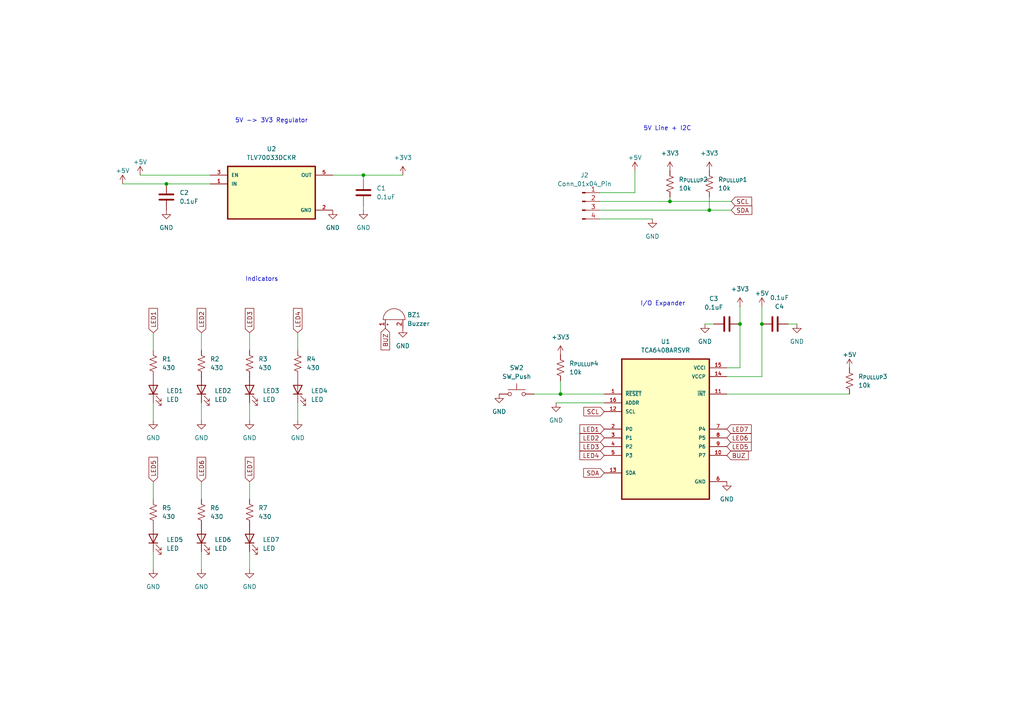
<source format=kicad_sch>
(kicad_sch
	(version 20250114)
	(generator "eeschema")
	(generator_version "9.0")
	(uuid "cede0fc5-7981-4758-9694-56d43565c74a")
	(paper "A4")
	(title_block
		(title "Indicator Board")
		(rev "2")
		(company "HPVDT")
		(comment 1 "Abdullah Alsafar")
	)
	(lib_symbols
		(symbol "Connector:Conn_01x04_Pin"
			(pin_names
				(offset 1.016)
				(hide yes)
			)
			(exclude_from_sim no)
			(in_bom yes)
			(on_board yes)
			(property "Reference" "J"
				(at 0 5.08 0)
				(effects
					(font
						(size 1.27 1.27)
					)
				)
			)
			(property "Value" "Conn_01x04_Pin"
				(at 0 -7.62 0)
				(effects
					(font
						(size 1.27 1.27)
					)
				)
			)
			(property "Footprint" ""
				(at 0 0 0)
				(effects
					(font
						(size 1.27 1.27)
					)
					(hide yes)
				)
			)
			(property "Datasheet" "~"
				(at 0 0 0)
				(effects
					(font
						(size 1.27 1.27)
					)
					(hide yes)
				)
			)
			(property "Description" "Generic connector, single row, 01x04, script generated"
				(at 0 0 0)
				(effects
					(font
						(size 1.27 1.27)
					)
					(hide yes)
				)
			)
			(property "ki_locked" ""
				(at 0 0 0)
				(effects
					(font
						(size 1.27 1.27)
					)
				)
			)
			(property "ki_keywords" "connector"
				(at 0 0 0)
				(effects
					(font
						(size 1.27 1.27)
					)
					(hide yes)
				)
			)
			(property "ki_fp_filters" "Connector*:*_1x??_*"
				(at 0 0 0)
				(effects
					(font
						(size 1.27 1.27)
					)
					(hide yes)
				)
			)
			(symbol "Conn_01x04_Pin_1_1"
				(rectangle
					(start 0.8636 2.667)
					(end 0 2.413)
					(stroke
						(width 0.1524)
						(type default)
					)
					(fill
						(type outline)
					)
				)
				(rectangle
					(start 0.8636 0.127)
					(end 0 -0.127)
					(stroke
						(width 0.1524)
						(type default)
					)
					(fill
						(type outline)
					)
				)
				(rectangle
					(start 0.8636 -2.413)
					(end 0 -2.667)
					(stroke
						(width 0.1524)
						(type default)
					)
					(fill
						(type outline)
					)
				)
				(rectangle
					(start 0.8636 -4.953)
					(end 0 -5.207)
					(stroke
						(width 0.1524)
						(type default)
					)
					(fill
						(type outline)
					)
				)
				(polyline
					(pts
						(xy 1.27 2.54) (xy 0.8636 2.54)
					)
					(stroke
						(width 0.1524)
						(type default)
					)
					(fill
						(type none)
					)
				)
				(polyline
					(pts
						(xy 1.27 0) (xy 0.8636 0)
					)
					(stroke
						(width 0.1524)
						(type default)
					)
					(fill
						(type none)
					)
				)
				(polyline
					(pts
						(xy 1.27 -2.54) (xy 0.8636 -2.54)
					)
					(stroke
						(width 0.1524)
						(type default)
					)
					(fill
						(type none)
					)
				)
				(polyline
					(pts
						(xy 1.27 -5.08) (xy 0.8636 -5.08)
					)
					(stroke
						(width 0.1524)
						(type default)
					)
					(fill
						(type none)
					)
				)
				(pin passive line
					(at 5.08 2.54 180)
					(length 3.81)
					(name "Pin_1"
						(effects
							(font
								(size 1.27 1.27)
							)
						)
					)
					(number "1"
						(effects
							(font
								(size 1.27 1.27)
							)
						)
					)
				)
				(pin passive line
					(at 5.08 0 180)
					(length 3.81)
					(name "Pin_2"
						(effects
							(font
								(size 1.27 1.27)
							)
						)
					)
					(number "2"
						(effects
							(font
								(size 1.27 1.27)
							)
						)
					)
				)
				(pin passive line
					(at 5.08 -2.54 180)
					(length 3.81)
					(name "Pin_3"
						(effects
							(font
								(size 1.27 1.27)
							)
						)
					)
					(number "3"
						(effects
							(font
								(size 1.27 1.27)
							)
						)
					)
				)
				(pin passive line
					(at 5.08 -5.08 180)
					(length 3.81)
					(name "Pin_4"
						(effects
							(font
								(size 1.27 1.27)
							)
						)
					)
					(number "4"
						(effects
							(font
								(size 1.27 1.27)
							)
						)
					)
				)
			)
			(embedded_fonts no)
		)
		(symbol "Device:Buzzer"
			(pin_names
				(offset 0.0254)
				(hide yes)
			)
			(exclude_from_sim no)
			(in_bom yes)
			(on_board yes)
			(property "Reference" "BZ"
				(at 3.81 1.27 0)
				(effects
					(font
						(size 1.27 1.27)
					)
					(justify left)
				)
			)
			(property "Value" "Buzzer"
				(at 3.81 -1.27 0)
				(effects
					(font
						(size 1.27 1.27)
					)
					(justify left)
				)
			)
			(property "Footprint" ""
				(at -0.635 2.54 90)
				(effects
					(font
						(size 1.27 1.27)
					)
					(hide yes)
				)
			)
			(property "Datasheet" "~"
				(at -0.635 2.54 90)
				(effects
					(font
						(size 1.27 1.27)
					)
					(hide yes)
				)
			)
			(property "Description" "Buzzer, polarized"
				(at 0 0 0)
				(effects
					(font
						(size 1.27 1.27)
					)
					(hide yes)
				)
			)
			(property "ki_keywords" "quartz resonator ceramic"
				(at 0 0 0)
				(effects
					(font
						(size 1.27 1.27)
					)
					(hide yes)
				)
			)
			(property "ki_fp_filters" "*Buzzer*"
				(at 0 0 0)
				(effects
					(font
						(size 1.27 1.27)
					)
					(hide yes)
				)
			)
			(symbol "Buzzer_0_1"
				(polyline
					(pts
						(xy -1.651 1.905) (xy -1.143 1.905)
					)
					(stroke
						(width 0)
						(type default)
					)
					(fill
						(type none)
					)
				)
				(polyline
					(pts
						(xy -1.397 2.159) (xy -1.397 1.651)
					)
					(stroke
						(width 0)
						(type default)
					)
					(fill
						(type none)
					)
				)
				(arc
					(start 0 3.175)
					(mid 3.1612 0)
					(end 0 -3.175)
					(stroke
						(width 0)
						(type default)
					)
					(fill
						(type none)
					)
				)
				(polyline
					(pts
						(xy 0 3.175) (xy 0 -3.175)
					)
					(stroke
						(width 0)
						(type default)
					)
					(fill
						(type none)
					)
				)
			)
			(symbol "Buzzer_1_1"
				(pin passive line
					(at -2.54 2.54 0)
					(length 2.54)
					(name "-"
						(effects
							(font
								(size 1.27 1.27)
							)
						)
					)
					(number "1"
						(effects
							(font
								(size 1.27 1.27)
							)
						)
					)
				)
				(pin passive line
					(at -2.54 -2.54 0)
					(length 2.54)
					(name "+"
						(effects
							(font
								(size 1.27 1.27)
							)
						)
					)
					(number "2"
						(effects
							(font
								(size 1.27 1.27)
							)
						)
					)
				)
			)
			(embedded_fonts no)
		)
		(symbol "Device:C"
			(pin_numbers
				(hide yes)
			)
			(pin_names
				(offset 0.254)
			)
			(exclude_from_sim no)
			(in_bom yes)
			(on_board yes)
			(property "Reference" "C"
				(at 0.635 2.54 0)
				(effects
					(font
						(size 1.27 1.27)
					)
					(justify left)
				)
			)
			(property "Value" "C"
				(at 0.635 -2.54 0)
				(effects
					(font
						(size 1.27 1.27)
					)
					(justify left)
				)
			)
			(property "Footprint" ""
				(at 0.9652 -3.81 0)
				(effects
					(font
						(size 1.27 1.27)
					)
					(hide yes)
				)
			)
			(property "Datasheet" "~"
				(at 0 0 0)
				(effects
					(font
						(size 1.27 1.27)
					)
					(hide yes)
				)
			)
			(property "Description" "Unpolarized capacitor"
				(at 0 0 0)
				(effects
					(font
						(size 1.27 1.27)
					)
					(hide yes)
				)
			)
			(property "ki_keywords" "cap capacitor"
				(at 0 0 0)
				(effects
					(font
						(size 1.27 1.27)
					)
					(hide yes)
				)
			)
			(property "ki_fp_filters" "C_*"
				(at 0 0 0)
				(effects
					(font
						(size 1.27 1.27)
					)
					(hide yes)
				)
			)
			(symbol "C_0_1"
				(polyline
					(pts
						(xy -2.032 0.762) (xy 2.032 0.762)
					)
					(stroke
						(width 0.508)
						(type default)
					)
					(fill
						(type none)
					)
				)
				(polyline
					(pts
						(xy -2.032 -0.762) (xy 2.032 -0.762)
					)
					(stroke
						(width 0.508)
						(type default)
					)
					(fill
						(type none)
					)
				)
			)
			(symbol "C_1_1"
				(pin passive line
					(at 0 3.81 270)
					(length 2.794)
					(name "~"
						(effects
							(font
								(size 1.27 1.27)
							)
						)
					)
					(number "1"
						(effects
							(font
								(size 1.27 1.27)
							)
						)
					)
				)
				(pin passive line
					(at 0 -3.81 90)
					(length 2.794)
					(name "~"
						(effects
							(font
								(size 1.27 1.27)
							)
						)
					)
					(number "2"
						(effects
							(font
								(size 1.27 1.27)
							)
						)
					)
				)
			)
			(embedded_fonts no)
		)
		(symbol "Device:LED"
			(pin_numbers
				(hide yes)
			)
			(pin_names
				(offset 1.016)
				(hide yes)
			)
			(exclude_from_sim no)
			(in_bom yes)
			(on_board yes)
			(property "Reference" "D"
				(at 0 2.54 0)
				(effects
					(font
						(size 1.27 1.27)
					)
				)
			)
			(property "Value" "LED"
				(at 0 -2.54 0)
				(effects
					(font
						(size 1.27 1.27)
					)
				)
			)
			(property "Footprint" ""
				(at 0 0 0)
				(effects
					(font
						(size 1.27 1.27)
					)
					(hide yes)
				)
			)
			(property "Datasheet" "~"
				(at 0 0 0)
				(effects
					(font
						(size 1.27 1.27)
					)
					(hide yes)
				)
			)
			(property "Description" "Light emitting diode"
				(at 0 0 0)
				(effects
					(font
						(size 1.27 1.27)
					)
					(hide yes)
				)
			)
			(property "ki_keywords" "LED diode"
				(at 0 0 0)
				(effects
					(font
						(size 1.27 1.27)
					)
					(hide yes)
				)
			)
			(property "ki_fp_filters" "LED* LED_SMD:* LED_THT:*"
				(at 0 0 0)
				(effects
					(font
						(size 1.27 1.27)
					)
					(hide yes)
				)
			)
			(symbol "LED_0_1"
				(polyline
					(pts
						(xy -3.048 -0.762) (xy -4.572 -2.286) (xy -3.81 -2.286) (xy -4.572 -2.286) (xy -4.572 -1.524)
					)
					(stroke
						(width 0)
						(type default)
					)
					(fill
						(type none)
					)
				)
				(polyline
					(pts
						(xy -1.778 -0.762) (xy -3.302 -2.286) (xy -2.54 -2.286) (xy -3.302 -2.286) (xy -3.302 -1.524)
					)
					(stroke
						(width 0)
						(type default)
					)
					(fill
						(type none)
					)
				)
				(polyline
					(pts
						(xy -1.27 0) (xy 1.27 0)
					)
					(stroke
						(width 0)
						(type default)
					)
					(fill
						(type none)
					)
				)
				(polyline
					(pts
						(xy -1.27 -1.27) (xy -1.27 1.27)
					)
					(stroke
						(width 0.254)
						(type default)
					)
					(fill
						(type none)
					)
				)
				(polyline
					(pts
						(xy 1.27 -1.27) (xy 1.27 1.27) (xy -1.27 0) (xy 1.27 -1.27)
					)
					(stroke
						(width 0.254)
						(type default)
					)
					(fill
						(type none)
					)
				)
			)
			(symbol "LED_1_1"
				(pin passive line
					(at -3.81 0 0)
					(length 2.54)
					(name "K"
						(effects
							(font
								(size 1.27 1.27)
							)
						)
					)
					(number "1"
						(effects
							(font
								(size 1.27 1.27)
							)
						)
					)
				)
				(pin passive line
					(at 3.81 0 180)
					(length 2.54)
					(name "A"
						(effects
							(font
								(size 1.27 1.27)
							)
						)
					)
					(number "2"
						(effects
							(font
								(size 1.27 1.27)
							)
						)
					)
				)
			)
			(embedded_fonts no)
		)
		(symbol "Device:R_US"
			(pin_numbers
				(hide yes)
			)
			(pin_names
				(offset 0)
			)
			(exclude_from_sim no)
			(in_bom yes)
			(on_board yes)
			(property "Reference" "R"
				(at 2.54 0 90)
				(effects
					(font
						(size 1.27 1.27)
					)
				)
			)
			(property "Value" "R_US"
				(at -2.54 0 90)
				(effects
					(font
						(size 1.27 1.27)
					)
				)
			)
			(property "Footprint" ""
				(at 1.016 -0.254 90)
				(effects
					(font
						(size 1.27 1.27)
					)
					(hide yes)
				)
			)
			(property "Datasheet" "~"
				(at 0 0 0)
				(effects
					(font
						(size 1.27 1.27)
					)
					(hide yes)
				)
			)
			(property "Description" "Resistor, US symbol"
				(at 0 0 0)
				(effects
					(font
						(size 1.27 1.27)
					)
					(hide yes)
				)
			)
			(property "ki_keywords" "R res resistor"
				(at 0 0 0)
				(effects
					(font
						(size 1.27 1.27)
					)
					(hide yes)
				)
			)
			(property "ki_fp_filters" "R_*"
				(at 0 0 0)
				(effects
					(font
						(size 1.27 1.27)
					)
					(hide yes)
				)
			)
			(symbol "R_US_0_1"
				(polyline
					(pts
						(xy 0 2.286) (xy 0 2.54)
					)
					(stroke
						(width 0)
						(type default)
					)
					(fill
						(type none)
					)
				)
				(polyline
					(pts
						(xy 0 2.286) (xy 1.016 1.905) (xy 0 1.524) (xy -1.016 1.143) (xy 0 0.762)
					)
					(stroke
						(width 0)
						(type default)
					)
					(fill
						(type none)
					)
				)
				(polyline
					(pts
						(xy 0 0.762) (xy 1.016 0.381) (xy 0 0) (xy -1.016 -0.381) (xy 0 -0.762)
					)
					(stroke
						(width 0)
						(type default)
					)
					(fill
						(type none)
					)
				)
				(polyline
					(pts
						(xy 0 -0.762) (xy 1.016 -1.143) (xy 0 -1.524) (xy -1.016 -1.905) (xy 0 -2.286)
					)
					(stroke
						(width 0)
						(type default)
					)
					(fill
						(type none)
					)
				)
				(polyline
					(pts
						(xy 0 -2.286) (xy 0 -2.54)
					)
					(stroke
						(width 0)
						(type default)
					)
					(fill
						(type none)
					)
				)
			)
			(symbol "R_US_1_1"
				(pin passive line
					(at 0 3.81 270)
					(length 1.27)
					(name "~"
						(effects
							(font
								(size 1.27 1.27)
							)
						)
					)
					(number "1"
						(effects
							(font
								(size 1.27 1.27)
							)
						)
					)
				)
				(pin passive line
					(at 0 -3.81 90)
					(length 1.27)
					(name "~"
						(effects
							(font
								(size 1.27 1.27)
							)
						)
					)
					(number "2"
						(effects
							(font
								(size 1.27 1.27)
							)
						)
					)
				)
			)
			(embedded_fonts no)
		)
		(symbol "Switch:SW_Push"
			(pin_numbers
				(hide yes)
			)
			(pin_names
				(offset 1.016)
				(hide yes)
			)
			(exclude_from_sim no)
			(in_bom yes)
			(on_board yes)
			(property "Reference" "SW"
				(at 1.27 2.54 0)
				(effects
					(font
						(size 1.27 1.27)
					)
					(justify left)
				)
			)
			(property "Value" "SW_Push"
				(at 0 -1.524 0)
				(effects
					(font
						(size 1.27 1.27)
					)
				)
			)
			(property "Footprint" ""
				(at 0 5.08 0)
				(effects
					(font
						(size 1.27 1.27)
					)
					(hide yes)
				)
			)
			(property "Datasheet" "~"
				(at 0 5.08 0)
				(effects
					(font
						(size 1.27 1.27)
					)
					(hide yes)
				)
			)
			(property "Description" "Push button switch, generic, two pins"
				(at 0 0 0)
				(effects
					(font
						(size 1.27 1.27)
					)
					(hide yes)
				)
			)
			(property "ki_keywords" "switch normally-open pushbutton push-button"
				(at 0 0 0)
				(effects
					(font
						(size 1.27 1.27)
					)
					(hide yes)
				)
			)
			(symbol "SW_Push_0_1"
				(circle
					(center -2.032 0)
					(radius 0.508)
					(stroke
						(width 0)
						(type default)
					)
					(fill
						(type none)
					)
				)
				(polyline
					(pts
						(xy 0 1.27) (xy 0 3.048)
					)
					(stroke
						(width 0)
						(type default)
					)
					(fill
						(type none)
					)
				)
				(circle
					(center 2.032 0)
					(radius 0.508)
					(stroke
						(width 0)
						(type default)
					)
					(fill
						(type none)
					)
				)
				(polyline
					(pts
						(xy 2.54 1.27) (xy -2.54 1.27)
					)
					(stroke
						(width 0)
						(type default)
					)
					(fill
						(type none)
					)
				)
				(pin passive line
					(at -5.08 0 0)
					(length 2.54)
					(name "1"
						(effects
							(font
								(size 1.27 1.27)
							)
						)
					)
					(number "1"
						(effects
							(font
								(size 1.27 1.27)
							)
						)
					)
				)
				(pin passive line
					(at 5.08 0 180)
					(length 2.54)
					(name "2"
						(effects
							(font
								(size 1.27 1.27)
							)
						)
					)
					(number "2"
						(effects
							(font
								(size 1.27 1.27)
							)
						)
					)
				)
			)
			(embedded_fonts no)
		)
		(symbol "TCA6408ARSVR:TCA6408ARSVR"
			(pin_names
				(offset 1.016)
			)
			(exclude_from_sim no)
			(in_bom yes)
			(on_board yes)
			(property "Reference" "U"
				(at -12.7 21.32 0)
				(effects
					(font
						(size 1.27 1.27)
					)
					(justify left bottom)
				)
			)
			(property "Value" "TCA6408ARSVR"
				(at -12.7 -24.32 0)
				(effects
					(font
						(size 1.27 1.27)
					)
					(justify left bottom)
				)
			)
			(property "Footprint" "TCA6408ARSVR:QFN40P180X260X55-16N"
				(at 0 0 0)
				(effects
					(font
						(size 1.27 1.27)
					)
					(justify bottom)
					(hide yes)
				)
			)
			(property "Datasheet" ""
				(at 0 0 0)
				(effects
					(font
						(size 1.27 1.27)
					)
					(hide yes)
				)
			)
			(property "Description" ""
				(at 0 0 0)
				(effects
					(font
						(size 1.27 1.27)
					)
					(hide yes)
				)
			)
			(symbol "TCA6408ARSVR_0_0"
				(rectangle
					(start -12.7 -20.32)
					(end 12.7 20.32)
					(stroke
						(width 0.41)
						(type default)
					)
					(fill
						(type background)
					)
				)
				(pin input line
					(at -17.78 10.16 0)
					(length 5.08)
					(name "~{RESET}"
						(effects
							(font
								(size 1.016 1.016)
							)
						)
					)
					(number "1"
						(effects
							(font
								(size 1.016 1.016)
							)
						)
					)
				)
				(pin input line
					(at -17.78 7.62 0)
					(length 5.08)
					(name "ADDR"
						(effects
							(font
								(size 1.016 1.016)
							)
						)
					)
					(number "16"
						(effects
							(font
								(size 1.016 1.016)
							)
						)
					)
				)
				(pin input line
					(at -17.78 5.08 0)
					(length 5.08)
					(name "SCL"
						(effects
							(font
								(size 1.016 1.016)
							)
						)
					)
					(number "12"
						(effects
							(font
								(size 1.016 1.016)
							)
						)
					)
				)
				(pin bidirectional line
					(at -17.78 0 0)
					(length 5.08)
					(name "P0"
						(effects
							(font
								(size 1.016 1.016)
							)
						)
					)
					(number "2"
						(effects
							(font
								(size 1.016 1.016)
							)
						)
					)
				)
				(pin bidirectional line
					(at -17.78 -2.54 0)
					(length 5.08)
					(name "P1"
						(effects
							(font
								(size 1.016 1.016)
							)
						)
					)
					(number "3"
						(effects
							(font
								(size 1.016 1.016)
							)
						)
					)
				)
				(pin bidirectional line
					(at -17.78 -5.08 0)
					(length 5.08)
					(name "P2"
						(effects
							(font
								(size 1.016 1.016)
							)
						)
					)
					(number "4"
						(effects
							(font
								(size 1.016 1.016)
							)
						)
					)
				)
				(pin bidirectional line
					(at -17.78 -7.62 0)
					(length 5.08)
					(name "P3"
						(effects
							(font
								(size 1.016 1.016)
							)
						)
					)
					(number "5"
						(effects
							(font
								(size 1.016 1.016)
							)
						)
					)
				)
				(pin bidirectional line
					(at -17.78 -12.7 0)
					(length 5.08)
					(name "SDA"
						(effects
							(font
								(size 1.016 1.016)
							)
						)
					)
					(number "13"
						(effects
							(font
								(size 1.016 1.016)
							)
						)
					)
				)
				(pin power_in line
					(at 17.78 17.78 180)
					(length 5.08)
					(name "VCCI"
						(effects
							(font
								(size 1.016 1.016)
							)
						)
					)
					(number "15"
						(effects
							(font
								(size 1.016 1.016)
							)
						)
					)
				)
				(pin power_in line
					(at 17.78 15.24 180)
					(length 5.08)
					(name "VCCP"
						(effects
							(font
								(size 1.016 1.016)
							)
						)
					)
					(number "14"
						(effects
							(font
								(size 1.016 1.016)
							)
						)
					)
				)
				(pin output line
					(at 17.78 10.16 180)
					(length 5.08)
					(name "~{INT}"
						(effects
							(font
								(size 1.016 1.016)
							)
						)
					)
					(number "11"
						(effects
							(font
								(size 1.016 1.016)
							)
						)
					)
				)
				(pin bidirectional line
					(at 17.78 0 180)
					(length 5.08)
					(name "P4"
						(effects
							(font
								(size 1.016 1.016)
							)
						)
					)
					(number "7"
						(effects
							(font
								(size 1.016 1.016)
							)
						)
					)
				)
				(pin bidirectional line
					(at 17.78 -2.54 180)
					(length 5.08)
					(name "P5"
						(effects
							(font
								(size 1.016 1.016)
							)
						)
					)
					(number "8"
						(effects
							(font
								(size 1.016 1.016)
							)
						)
					)
				)
				(pin bidirectional line
					(at 17.78 -5.08 180)
					(length 5.08)
					(name "P6"
						(effects
							(font
								(size 1.016 1.016)
							)
						)
					)
					(number "9"
						(effects
							(font
								(size 1.016 1.016)
							)
						)
					)
				)
				(pin bidirectional line
					(at 17.78 -7.62 180)
					(length 5.08)
					(name "P7"
						(effects
							(font
								(size 1.016 1.016)
							)
						)
					)
					(number "10"
						(effects
							(font
								(size 1.016 1.016)
							)
						)
					)
				)
				(pin power_in line
					(at 17.78 -15.24 180)
					(length 5.08)
					(name "GND"
						(effects
							(font
								(size 1.016 1.016)
							)
						)
					)
					(number "6"
						(effects
							(font
								(size 1.016 1.016)
							)
						)
					)
				)
			)
			(embedded_fonts no)
		)
		(symbol "TLV70033DCKR:TLV70033DCKR"
			(pin_names
				(offset 1.016)
			)
			(exclude_from_sim no)
			(in_bom yes)
			(on_board yes)
			(property "Reference" "U"
				(at -12.7 8.62 0)
				(effects
					(font
						(size 1.27 1.27)
					)
					(justify left bottom)
				)
			)
			(property "Value" "TLV70033DCKR"
				(at -12.7 -11.62 0)
				(effects
					(font
						(size 1.27 1.27)
					)
					(justify left bottom)
				)
			)
			(property "Footprint" "TLV70033DCKR:SOT65P210X110-5N"
				(at 0 0 0)
				(effects
					(font
						(size 1.27 1.27)
					)
					(justify bottom)
					(hide yes)
				)
			)
			(property "Datasheet" ""
				(at 0 0 0)
				(effects
					(font
						(size 1.27 1.27)
					)
					(hide yes)
				)
			)
			(property "Description" ""
				(at 0 0 0)
				(effects
					(font
						(size 1.27 1.27)
					)
					(hide yes)
				)
			)
			(symbol "TLV70033DCKR_0_0"
				(rectangle
					(start -12.7 -7.62)
					(end 12.7 7.62)
					(stroke
						(width 0.41)
						(type default)
					)
					(fill
						(type background)
					)
				)
				(pin input line
					(at -17.78 5.08 0)
					(length 5.08)
					(name "EN"
						(effects
							(font
								(size 1.016 1.016)
							)
						)
					)
					(number "3"
						(effects
							(font
								(size 1.016 1.016)
							)
						)
					)
				)
				(pin input line
					(at -17.78 2.54 0)
					(length 5.08)
					(name "IN"
						(effects
							(font
								(size 1.016 1.016)
							)
						)
					)
					(number "1"
						(effects
							(font
								(size 1.016 1.016)
							)
						)
					)
				)
				(pin output line
					(at 17.78 5.08 180)
					(length 5.08)
					(name "OUT"
						(effects
							(font
								(size 1.016 1.016)
							)
						)
					)
					(number "5"
						(effects
							(font
								(size 1.016 1.016)
							)
						)
					)
				)
				(pin power_in line
					(at 17.78 -5.08 180)
					(length 5.08)
					(name "GND"
						(effects
							(font
								(size 1.016 1.016)
							)
						)
					)
					(number "2"
						(effects
							(font
								(size 1.016 1.016)
							)
						)
					)
				)
			)
			(embedded_fonts no)
		)
		(symbol "power:+3V3"
			(power)
			(pin_numbers
				(hide yes)
			)
			(pin_names
				(offset 0)
				(hide yes)
			)
			(exclude_from_sim no)
			(in_bom yes)
			(on_board yes)
			(property "Reference" "#PWR"
				(at 0 -3.81 0)
				(effects
					(font
						(size 1.27 1.27)
					)
					(hide yes)
				)
			)
			(property "Value" "+3V3"
				(at 0 3.556 0)
				(effects
					(font
						(size 1.27 1.27)
					)
				)
			)
			(property "Footprint" ""
				(at 0 0 0)
				(effects
					(font
						(size 1.27 1.27)
					)
					(hide yes)
				)
			)
			(property "Datasheet" ""
				(at 0 0 0)
				(effects
					(font
						(size 1.27 1.27)
					)
					(hide yes)
				)
			)
			(property "Description" "Power symbol creates a global label with name \"+3V3\""
				(at 0 0 0)
				(effects
					(font
						(size 1.27 1.27)
					)
					(hide yes)
				)
			)
			(property "ki_keywords" "global power"
				(at 0 0 0)
				(effects
					(font
						(size 1.27 1.27)
					)
					(hide yes)
				)
			)
			(symbol "+3V3_0_1"
				(polyline
					(pts
						(xy -0.762 1.27) (xy 0 2.54)
					)
					(stroke
						(width 0)
						(type default)
					)
					(fill
						(type none)
					)
				)
				(polyline
					(pts
						(xy 0 2.54) (xy 0.762 1.27)
					)
					(stroke
						(width 0)
						(type default)
					)
					(fill
						(type none)
					)
				)
				(polyline
					(pts
						(xy 0 0) (xy 0 2.54)
					)
					(stroke
						(width 0)
						(type default)
					)
					(fill
						(type none)
					)
				)
			)
			(symbol "+3V3_1_1"
				(pin power_in line
					(at 0 0 90)
					(length 0)
					(name "~"
						(effects
							(font
								(size 1.27 1.27)
							)
						)
					)
					(number "1"
						(effects
							(font
								(size 1.27 1.27)
							)
						)
					)
				)
			)
			(embedded_fonts no)
		)
		(symbol "power:+5V"
			(power)
			(pin_names
				(offset 0)
			)
			(exclude_from_sim no)
			(in_bom yes)
			(on_board yes)
			(property "Reference" "#PWR"
				(at 0 -3.81 0)
				(effects
					(font
						(size 1.27 1.27)
					)
					(hide yes)
				)
			)
			(property "Value" "+5V"
				(at 0 3.556 0)
				(effects
					(font
						(size 1.27 1.27)
					)
				)
			)
			(property "Footprint" ""
				(at 0 0 0)
				(effects
					(font
						(size 1.27 1.27)
					)
					(hide yes)
				)
			)
			(property "Datasheet" ""
				(at 0 0 0)
				(effects
					(font
						(size 1.27 1.27)
					)
					(hide yes)
				)
			)
			(property "Description" "Power symbol creates a global label with name \"+5V\""
				(at 0 0 0)
				(effects
					(font
						(size 1.27 1.27)
					)
					(hide yes)
				)
			)
			(property "ki_keywords" "global power"
				(at 0 0 0)
				(effects
					(font
						(size 1.27 1.27)
					)
					(hide yes)
				)
			)
			(symbol "+5V_0_1"
				(polyline
					(pts
						(xy -0.762 1.27) (xy 0 2.54)
					)
					(stroke
						(width 0)
						(type default)
					)
					(fill
						(type none)
					)
				)
				(polyline
					(pts
						(xy 0 2.54) (xy 0.762 1.27)
					)
					(stroke
						(width 0)
						(type default)
					)
					(fill
						(type none)
					)
				)
				(polyline
					(pts
						(xy 0 0) (xy 0 2.54)
					)
					(stroke
						(width 0)
						(type default)
					)
					(fill
						(type none)
					)
				)
			)
			(symbol "+5V_1_1"
				(pin power_in line
					(at 0 0 90)
					(length 0)
					(hide yes)
					(name "+5V"
						(effects
							(font
								(size 1.27 1.27)
							)
						)
					)
					(number "1"
						(effects
							(font
								(size 1.27 1.27)
							)
						)
					)
				)
			)
			(embedded_fonts no)
		)
		(symbol "power:GND"
			(power)
			(pin_names
				(offset 0)
			)
			(exclude_from_sim no)
			(in_bom yes)
			(on_board yes)
			(property "Reference" "#PWR"
				(at 0 -6.35 0)
				(effects
					(font
						(size 1.27 1.27)
					)
					(hide yes)
				)
			)
			(property "Value" "GND"
				(at 0 -3.81 0)
				(effects
					(font
						(size 1.27 1.27)
					)
				)
			)
			(property "Footprint" ""
				(at 0 0 0)
				(effects
					(font
						(size 1.27 1.27)
					)
					(hide yes)
				)
			)
			(property "Datasheet" ""
				(at 0 0 0)
				(effects
					(font
						(size 1.27 1.27)
					)
					(hide yes)
				)
			)
			(property "Description" "Power symbol creates a global label with name \"GND\" , ground"
				(at 0 0 0)
				(effects
					(font
						(size 1.27 1.27)
					)
					(hide yes)
				)
			)
			(property "ki_keywords" "global power"
				(at 0 0 0)
				(effects
					(font
						(size 1.27 1.27)
					)
					(hide yes)
				)
			)
			(symbol "GND_0_1"
				(polyline
					(pts
						(xy 0 0) (xy 0 -1.27) (xy 1.27 -1.27) (xy 0 -2.54) (xy -1.27 -1.27) (xy 0 -1.27)
					)
					(stroke
						(width 0)
						(type default)
					)
					(fill
						(type none)
					)
				)
			)
			(symbol "GND_1_1"
				(pin power_in line
					(at 0 0 270)
					(length 0)
					(hide yes)
					(name "GND"
						(effects
							(font
								(size 1.27 1.27)
							)
						)
					)
					(number "1"
						(effects
							(font
								(size 1.27 1.27)
							)
						)
					)
				)
			)
			(embedded_fonts no)
		)
	)
	(text "5V Line + I2C"
		(exclude_from_sim no)
		(at 193.548 37.338 0)
		(effects
			(font
				(size 1.27 1.27)
			)
		)
		(uuid "45f6bfa1-c117-4367-b350-c615295adb22")
	)
	(text "I/O Expander"
		(exclude_from_sim no)
		(at 192.278 88.138 0)
		(effects
			(font
				(size 1.27 1.27)
			)
		)
		(uuid "a2264bae-12d3-4ea5-83c7-426cf00b5627")
	)
	(text "5V -> 3V3 Regulator"
		(exclude_from_sim no)
		(at 78.74 35.052 0)
		(effects
			(font
				(size 1.27 1.27)
			)
		)
		(uuid "d7edd3c5-921f-407d-adc8-68172d7561e1")
	)
	(text "Indicators"
		(exclude_from_sim no)
		(at 71.12 81.788 0)
		(effects
			(font
				(size 1.27 1.27)
			)
			(justify left bottom)
		)
		(uuid "f71799ee-8191-4681-9d09-e09b086658b4")
	)
	(junction
		(at 105.41 50.8)
		(diameter 0)
		(color 0 0 0 0)
		(uuid "2bd88d63-5f80-40c5-8556-b49d2535ece8")
	)
	(junction
		(at 205.74 60.96)
		(diameter 0)
		(color 0 0 0 0)
		(uuid "2f554e9e-eaa7-4ef6-9fad-504d42aed348")
	)
	(junction
		(at 48.26 53.34)
		(diameter 0)
		(color 0 0 0 0)
		(uuid "82421562-8b53-4ba8-9163-73a6bea9bab8")
	)
	(junction
		(at 214.63 93.98)
		(diameter 0)
		(color 0 0 0 0)
		(uuid "842dc9fc-ece9-49b4-b717-2c3d7a685c94")
	)
	(junction
		(at 220.98 93.98)
		(diameter 0)
		(color 0 0 0 0)
		(uuid "8fed5f6d-e278-4a6c-b9a1-3ca1a3ede409")
	)
	(junction
		(at 162.56 114.3)
		(diameter 0)
		(color 0 0 0 0)
		(uuid "9cfc2604-e3a6-4ced-b749-cfcfffa2a2df")
	)
	(junction
		(at 194.31 58.42)
		(diameter 0)
		(color 0 0 0 0)
		(uuid "c6126238-842f-482c-b498-38093d6f9b09")
	)
	(wire
		(pts
			(xy 194.31 58.42) (xy 173.99 58.42)
		)
		(stroke
			(width 0)
			(type default)
		)
		(uuid "00ff795e-9755-43ea-9df7-eb3ebb06579c")
	)
	(wire
		(pts
			(xy 58.42 160.02) (xy 58.42 165.1)
		)
		(stroke
			(width 0)
			(type default)
		)
		(uuid "04bb6008-f5bb-4b81-9e8c-52c65cebbcb9")
	)
	(wire
		(pts
			(xy 220.98 109.22) (xy 210.82 109.22)
		)
		(stroke
			(width 0)
			(type default)
		)
		(uuid "126ca020-6454-4605-8e25-ac99b25f9d9d")
	)
	(wire
		(pts
			(xy 86.36 116.84) (xy 86.36 121.92)
		)
		(stroke
			(width 0)
			(type default)
		)
		(uuid "13513e8b-e1c1-4ba7-a893-1bedee0bf192")
	)
	(wire
		(pts
			(xy 189.23 63.5) (xy 173.99 63.5)
		)
		(stroke
			(width 0)
			(type default)
		)
		(uuid "16755d4d-09d4-4266-9095-7cf04d517c33")
	)
	(wire
		(pts
			(xy 212.09 58.42) (xy 194.31 58.42)
		)
		(stroke
			(width 0)
			(type default)
		)
		(uuid "1ebcb939-2ce6-493a-93b4-3bcbca4e9c97")
	)
	(wire
		(pts
			(xy 58.42 139.7) (xy 58.42 144.78)
		)
		(stroke
			(width 0)
			(type default)
		)
		(uuid "1f6c6086-2f80-4c58-a377-5c9501f426ed")
	)
	(wire
		(pts
			(xy 72.39 160.02) (xy 72.39 165.1)
		)
		(stroke
			(width 0)
			(type default)
		)
		(uuid "2204810c-b6f5-40ec-93fb-37d981e86445")
	)
	(wire
		(pts
			(xy 105.41 60.96) (xy 105.41 59.69)
		)
		(stroke
			(width 0)
			(type default)
		)
		(uuid "2726e775-1035-4184-a17c-ca427cb21b36")
	)
	(wire
		(pts
			(xy 72.39 116.84) (xy 72.39 121.92)
		)
		(stroke
			(width 0)
			(type default)
		)
		(uuid "29af05da-dc9b-41e7-9336-a83b536a4c45")
	)
	(wire
		(pts
			(xy 205.74 57.15) (xy 205.74 60.96)
		)
		(stroke
			(width 0)
			(type default)
		)
		(uuid "312a90ff-b189-40b3-8468-ee460abc306a")
	)
	(wire
		(pts
			(xy 162.56 110.49) (xy 162.56 114.3)
		)
		(stroke
			(width 0)
			(type default)
		)
		(uuid "34dc0dec-5bee-4e58-b064-7f3469d9128f")
	)
	(wire
		(pts
			(xy 184.15 49.53) (xy 184.15 55.88)
		)
		(stroke
			(width 0)
			(type default)
		)
		(uuid "383d7a27-6bc7-4146-bc12-04b1670a43ae")
	)
	(wire
		(pts
			(xy 194.31 57.15) (xy 194.31 58.42)
		)
		(stroke
			(width 0)
			(type default)
		)
		(uuid "5e316410-afba-4638-8c89-bb1e6f12d07a")
	)
	(wire
		(pts
			(xy 72.39 139.7) (xy 72.39 144.78)
		)
		(stroke
			(width 0)
			(type default)
		)
		(uuid "5e7cf29d-b2d0-4e21-93ac-ae0a562b7130")
	)
	(wire
		(pts
			(xy 105.41 50.8) (xy 105.41 52.07)
		)
		(stroke
			(width 0)
			(type default)
		)
		(uuid "608653cf-f65a-4ab6-a4e0-ad01f0510868")
	)
	(wire
		(pts
			(xy 220.98 93.98) (xy 220.98 109.22)
		)
		(stroke
			(width 0)
			(type default)
		)
		(uuid "62dc16b9-218e-4919-ba72-017a0a858bd0")
	)
	(wire
		(pts
			(xy 154.94 114.3) (xy 162.56 114.3)
		)
		(stroke
			(width 0)
			(type default)
		)
		(uuid "65b6db41-89fb-44c4-89fd-3342e16de70d")
	)
	(wire
		(pts
			(xy 220.98 88.9) (xy 220.98 93.98)
		)
		(stroke
			(width 0)
			(type default)
		)
		(uuid "6ca57827-e631-4780-888f-cab99f604710")
	)
	(wire
		(pts
			(xy 72.39 96.52) (xy 72.39 101.6)
		)
		(stroke
			(width 0)
			(type default)
		)
		(uuid "71bfc3e2-24f3-4a52-9f8e-f50e201b1ea2")
	)
	(wire
		(pts
			(xy 44.45 160.02) (xy 44.45 165.1)
		)
		(stroke
			(width 0)
			(type default)
		)
		(uuid "753df14b-7cf1-4988-9a34-1f49fe0eb4ff")
	)
	(wire
		(pts
			(xy 214.63 93.98) (xy 214.63 106.68)
		)
		(stroke
			(width 0)
			(type default)
		)
		(uuid "770b09a1-ba45-49c0-9e58-388d5bc6821c")
	)
	(wire
		(pts
			(xy 204.47 93.98) (xy 207.01 93.98)
		)
		(stroke
			(width 0)
			(type default)
		)
		(uuid "8e74904c-aa9c-4283-8a70-55b35554b910")
	)
	(wire
		(pts
			(xy 48.26 53.34) (xy 60.96 53.34)
		)
		(stroke
			(width 0)
			(type default)
		)
		(uuid "8eb9f226-8f40-4a64-b96e-616884236dcb")
	)
	(wire
		(pts
			(xy 162.56 114.3) (xy 175.26 114.3)
		)
		(stroke
			(width 0)
			(type default)
		)
		(uuid "93152b4d-926b-45a5-b375-b3d29938a635")
	)
	(wire
		(pts
			(xy 205.74 60.96) (xy 173.99 60.96)
		)
		(stroke
			(width 0)
			(type default)
		)
		(uuid "954f6e15-6b52-424c-ab8a-35fe64ace98a")
	)
	(wire
		(pts
			(xy 86.36 96.52) (xy 86.36 101.6)
		)
		(stroke
			(width 0)
			(type default)
		)
		(uuid "97fe0f87-0c74-489c-a4b6-4fc2365d4a5c")
	)
	(wire
		(pts
			(xy 44.45 96.52) (xy 44.45 101.6)
		)
		(stroke
			(width 0)
			(type default)
		)
		(uuid "9d2c5259-7bd0-4055-a291-35a0e8878737")
	)
	(wire
		(pts
			(xy 184.15 55.88) (xy 173.99 55.88)
		)
		(stroke
			(width 0)
			(type default)
		)
		(uuid "9e0c0453-e12a-4850-a0b8-d12f6025fd1e")
	)
	(wire
		(pts
			(xy 44.45 116.84) (xy 44.45 121.92)
		)
		(stroke
			(width 0)
			(type default)
		)
		(uuid "a1bf26b5-7422-433e-a8b4-b1c179de9da7")
	)
	(wire
		(pts
			(xy 210.82 114.3) (xy 246.38 114.3)
		)
		(stroke
			(width 0)
			(type default)
		)
		(uuid "a44085e3-613d-450d-91d4-30f5133b0a8d")
	)
	(wire
		(pts
			(xy 214.63 106.68) (xy 210.82 106.68)
		)
		(stroke
			(width 0)
			(type default)
		)
		(uuid "a4a16ecb-cf3a-4346-8e4c-caaefbb462c3")
	)
	(wire
		(pts
			(xy 40.64 50.8) (xy 60.96 50.8)
		)
		(stroke
			(width 0)
			(type default)
		)
		(uuid "a6c0c6d2-4b06-4679-80c3-c0efa7732f1a")
	)
	(wire
		(pts
			(xy 44.45 139.7) (xy 44.45 144.78)
		)
		(stroke
			(width 0)
			(type default)
		)
		(uuid "b5230bc5-2c6e-4a4c-a340-45a7232026a0")
	)
	(wire
		(pts
			(xy 116.84 50.8) (xy 105.41 50.8)
		)
		(stroke
			(width 0)
			(type default)
		)
		(uuid "b83125ef-86be-45df-a896-2ff6e319cc99")
	)
	(wire
		(pts
			(xy 161.29 116.84) (xy 175.26 116.84)
		)
		(stroke
			(width 0)
			(type default)
		)
		(uuid "bf8594b0-835b-44c0-abc3-228706690129")
	)
	(wire
		(pts
			(xy 35.56 53.34) (xy 48.26 53.34)
		)
		(stroke
			(width 0)
			(type default)
		)
		(uuid "d1ac882a-dcbb-45d8-9de1-a302a9ad7f48")
	)
	(wire
		(pts
			(xy 214.63 88.9) (xy 214.63 93.98)
		)
		(stroke
			(width 0)
			(type default)
		)
		(uuid "d72f5086-1570-4fe7-ab0b-940f3e9a0c65")
	)
	(wire
		(pts
			(xy 96.52 50.8) (xy 105.41 50.8)
		)
		(stroke
			(width 0)
			(type default)
		)
		(uuid "e6ab6e05-8207-4ed9-990b-fbad60e70d08")
	)
	(wire
		(pts
			(xy 212.09 60.96) (xy 205.74 60.96)
		)
		(stroke
			(width 0)
			(type default)
		)
		(uuid "ef6daeee-67f0-4595-b8df-4145529e9edb")
	)
	(wire
		(pts
			(xy 231.14 93.98) (xy 228.6 93.98)
		)
		(stroke
			(width 0)
			(type default)
		)
		(uuid "f4db2542-4f69-459a-a82c-8cd02830cad8")
	)
	(wire
		(pts
			(xy 58.42 116.84) (xy 58.42 121.92)
		)
		(stroke
			(width 0)
			(type default)
		)
		(uuid "f5344b4a-c6f0-4861-94f6-ad99f093aef1")
	)
	(wire
		(pts
			(xy 58.42 96.52) (xy 58.42 101.6)
		)
		(stroke
			(width 0)
			(type default)
		)
		(uuid "fd6e9ddd-4bd4-4876-8404-5668f8663415")
	)
	(global_label "LED4"
		(shape input)
		(at 86.36 96.52 90)
		(fields_autoplaced yes)
		(effects
			(font
				(size 1.27 1.27)
			)
			(justify left)
		)
		(uuid "0acf8c8a-afb3-4bc4-81e1-10369aa0250b")
		(property "Intersheetrefs" "${INTERSHEET_REFS}"
			(at 86.36 88.8782 90)
			(effects
				(font
					(size 1.27 1.27)
				)
				(justify left)
				(hide yes)
			)
		)
	)
	(global_label "BUZ"
		(shape input)
		(at 111.76 95.25 270)
		(fields_autoplaced yes)
		(effects
			(font
				(size 1.27 1.27)
			)
			(justify right)
		)
		(uuid "277e6974-5832-4859-ad30-045661d718ae")
		(property "Intersheetrefs" "${INTERSHEET_REFS}"
			(at 111.76 101.9658 90)
			(effects
				(font
					(size 1.27 1.27)
				)
				(justify right)
				(hide yes)
			)
		)
	)
	(global_label "LED1"
		(shape input)
		(at 44.45 96.52 90)
		(fields_autoplaced yes)
		(effects
			(font
				(size 1.27 1.27)
			)
			(justify left)
		)
		(uuid "2a417277-10d0-4c24-8b40-44cb8de69cb4")
		(property "Intersheetrefs" "${INTERSHEET_REFS}"
			(at 44.45 88.8782 90)
			(effects
				(font
					(size 1.27 1.27)
				)
				(justify left)
				(hide yes)
			)
		)
	)
	(global_label "LED6"
		(shape input)
		(at 210.82 127 0)
		(fields_autoplaced yes)
		(effects
			(font
				(size 1.27 1.27)
			)
			(justify left)
		)
		(uuid "3904e131-b9e5-4243-8703-294f08b7e25d")
		(property "Intersheetrefs" "${INTERSHEET_REFS}"
			(at 218.4618 127 0)
			(effects
				(font
					(size 1.27 1.27)
				)
				(justify left)
				(hide yes)
			)
		)
	)
	(global_label "LED3"
		(shape input)
		(at 72.39 96.52 90)
		(fields_autoplaced yes)
		(effects
			(font
				(size 1.27 1.27)
			)
			(justify left)
		)
		(uuid "429a3c58-e655-4f21-9074-8153d1615f18")
		(property "Intersheetrefs" "${INTERSHEET_REFS}"
			(at 72.39 88.8782 90)
			(effects
				(font
					(size 1.27 1.27)
				)
				(justify left)
				(hide yes)
			)
		)
	)
	(global_label "LED5"
		(shape input)
		(at 210.82 129.54 0)
		(fields_autoplaced yes)
		(effects
			(font
				(size 1.27 1.27)
			)
			(justify left)
		)
		(uuid "4691c870-8b48-4919-ba6c-a978b0f5bf90")
		(property "Intersheetrefs" "${INTERSHEET_REFS}"
			(at 218.4618 129.54 0)
			(effects
				(font
					(size 1.27 1.27)
				)
				(justify left)
				(hide yes)
			)
		)
	)
	(global_label "SCL"
		(shape input)
		(at 175.26 119.38 180)
		(fields_autoplaced yes)
		(effects
			(font
				(size 1.27 1.27)
			)
			(justify right)
		)
		(uuid "4d47c1ae-8dfe-4923-9bdc-4245bb7526d3")
		(property "Intersheetrefs" "${INTERSHEET_REFS}"
			(at 168.7672 119.38 0)
			(effects
				(font
					(size 1.27 1.27)
				)
				(justify right)
				(hide yes)
			)
		)
	)
	(global_label "SDA"
		(shape input)
		(at 212.09 60.96 0)
		(fields_autoplaced yes)
		(effects
			(font
				(size 1.27 1.27)
			)
			(justify left)
		)
		(uuid "681ff9ff-6872-4fdb-988a-34face8fb8a1")
		(property "Intersheetrefs" "${INTERSHEET_REFS}"
			(at 218.6433 60.96 0)
			(effects
				(font
					(size 1.27 1.27)
				)
				(justify left)
				(hide yes)
			)
		)
	)
	(global_label "LED3"
		(shape input)
		(at 175.26 129.54 180)
		(fields_autoplaced yes)
		(effects
			(font
				(size 1.27 1.27)
			)
			(justify right)
		)
		(uuid "6a0509a6-a0b9-4923-88b3-9f8d4d1100a5")
		(property "Intersheetrefs" "${INTERSHEET_REFS}"
			(at 167.6182 129.54 0)
			(effects
				(font
					(size 1.27 1.27)
				)
				(justify right)
				(hide yes)
			)
		)
	)
	(global_label "LED7"
		(shape input)
		(at 210.82 124.46 0)
		(fields_autoplaced yes)
		(effects
			(font
				(size 1.27 1.27)
			)
			(justify left)
		)
		(uuid "6a5750cf-091d-41a4-b873-c5d13aeaf925")
		(property "Intersheetrefs" "${INTERSHEET_REFS}"
			(at 218.4618 124.46 0)
			(effects
				(font
					(size 1.27 1.27)
				)
				(justify left)
				(hide yes)
			)
		)
	)
	(global_label "BUZ"
		(shape input)
		(at 210.82 132.08 0)
		(fields_autoplaced yes)
		(effects
			(font
				(size 1.27 1.27)
			)
			(justify left)
		)
		(uuid "7abe9fb6-a188-4c89-b811-6df10b92823b")
		(property "Intersheetrefs" "${INTERSHEET_REFS}"
			(at 217.6152 132.08 0)
			(effects
				(font
					(size 1.27 1.27)
				)
				(justify left)
				(hide yes)
			)
		)
	)
	(global_label "SDA"
		(shape input)
		(at 175.26 137.16 180)
		(fields_autoplaced yes)
		(effects
			(font
				(size 1.27 1.27)
			)
			(justify right)
		)
		(uuid "91f1ed64-5a60-4b48-8340-6e8accbc16dd")
		(property "Intersheetrefs" "${INTERSHEET_REFS}"
			(at 168.7067 137.16 0)
			(effects
				(font
					(size 1.27 1.27)
				)
				(justify right)
				(hide yes)
			)
		)
	)
	(global_label "LED5"
		(shape input)
		(at 44.45 139.7 90)
		(fields_autoplaced yes)
		(effects
			(font
				(size 1.27 1.27)
			)
			(justify left)
		)
		(uuid "953ea891-b62c-4da9-9b55-26b34a7fc54a")
		(property "Intersheetrefs" "${INTERSHEET_REFS}"
			(at 44.45 132.0582 90)
			(effects
				(font
					(size 1.27 1.27)
				)
				(justify left)
				(hide yes)
			)
		)
	)
	(global_label "LED1"
		(shape input)
		(at 175.26 124.46 180)
		(fields_autoplaced yes)
		(effects
			(font
				(size 1.27 1.27)
			)
			(justify right)
		)
		(uuid "a6a67647-70ce-42a7-8a27-b925fd266711")
		(property "Intersheetrefs" "${INTERSHEET_REFS}"
			(at 167.6182 124.46 0)
			(effects
				(font
					(size 1.27 1.27)
				)
				(justify right)
				(hide yes)
			)
		)
	)
	(global_label "LED2"
		(shape input)
		(at 58.42 96.52 90)
		(fields_autoplaced yes)
		(effects
			(font
				(size 1.27 1.27)
			)
			(justify left)
		)
		(uuid "a73f0aac-12db-4065-8b1e-eb5192234937")
		(property "Intersheetrefs" "${INTERSHEET_REFS}"
			(at 58.42 88.8782 90)
			(effects
				(font
					(size 1.27 1.27)
				)
				(justify left)
				(hide yes)
			)
		)
	)
	(global_label "LED4"
		(shape input)
		(at 175.26 132.08 180)
		(fields_autoplaced yes)
		(effects
			(font
				(size 1.27 1.27)
			)
			(justify right)
		)
		(uuid "ab299dce-6e3a-4822-b8c8-66db74afaadb")
		(property "Intersheetrefs" "${INTERSHEET_REFS}"
			(at 167.6182 132.08 0)
			(effects
				(font
					(size 1.27 1.27)
				)
				(justify right)
				(hide yes)
			)
		)
	)
	(global_label "SCL"
		(shape input)
		(at 212.09 58.42 0)
		(fields_autoplaced yes)
		(effects
			(font
				(size 1.27 1.27)
			)
			(justify left)
		)
		(uuid "bd406cba-9979-4707-b181-68db7b202561")
		(property "Intersheetrefs" "${INTERSHEET_REFS}"
			(at 218.5828 58.42 0)
			(effects
				(font
					(size 1.27 1.27)
				)
				(justify left)
				(hide yes)
			)
		)
	)
	(global_label "LED2"
		(shape input)
		(at 175.26 127 180)
		(fields_autoplaced yes)
		(effects
			(font
				(size 1.27 1.27)
			)
			(justify right)
		)
		(uuid "bf590da8-4d6f-4db8-818f-d9afbb72b823")
		(property "Intersheetrefs" "${INTERSHEET_REFS}"
			(at 167.6182 127 0)
			(effects
				(font
					(size 1.27 1.27)
				)
				(justify right)
				(hide yes)
			)
		)
	)
	(global_label "LED7"
		(shape input)
		(at 72.39 139.7 90)
		(fields_autoplaced yes)
		(effects
			(font
				(size 1.27 1.27)
			)
			(justify left)
		)
		(uuid "ddeb6894-427a-4cee-98ab-2ccd017cac1b")
		(property "Intersheetrefs" "${INTERSHEET_REFS}"
			(at 72.39 132.0582 90)
			(effects
				(font
					(size 1.27 1.27)
				)
				(justify left)
				(hide yes)
			)
		)
	)
	(global_label "LED6"
		(shape input)
		(at 58.42 139.7 90)
		(fields_autoplaced yes)
		(effects
			(font
				(size 1.27 1.27)
			)
			(justify left)
		)
		(uuid "ec0d8f72-ddd5-419e-954f-a3f960aaa8f7")
		(property "Intersheetrefs" "${INTERSHEET_REFS}"
			(at 58.42 132.0582 90)
			(effects
				(font
					(size 1.27 1.27)
				)
				(justify left)
				(hide yes)
			)
		)
	)
	(symbol
		(lib_id "Device:R_US")
		(at 86.36 105.41 180)
		(unit 1)
		(exclude_from_sim no)
		(in_bom yes)
		(on_board yes)
		(dnp no)
		(fields_autoplaced yes)
		(uuid "02055e15-0714-4874-beb7-dc586281482f")
		(property "Reference" "R4"
			(at 88.9 104.1399 0)
			(effects
				(font
					(size 1.27 1.27)
				)
				(justify right)
			)
		)
		(property "Value" "430"
			(at 88.9 106.6799 0)
			(effects
				(font
					(size 1.27 1.27)
				)
				(justify right)
			)
		)
		(property "Footprint" "Resistor_SMD:R_0603_1608Metric"
			(at 85.344 105.156 90)
			(effects
				(font
					(size 1.27 1.27)
				)
				(hide yes)
			)
		)
		(property "Datasheet" "~"
			(at 86.36 105.41 0)
			(effects
				(font
					(size 1.27 1.27)
				)
				(hide yes)
			)
		)
		(property "Description" ""
			(at 86.36 105.41 0)
			(effects
				(font
					(size 1.27 1.27)
				)
			)
		)
		(pin "1"
			(uuid "8da480d7-549c-4c3e-8bba-d91437f8db9f")
		)
		(pin "2"
			(uuid "155ded7c-229d-4bc5-9be5-f9e0710a5cb3")
		)
		(instances
			(project "indicator"
				(path "/cede0fc5-7981-4758-9694-56d43565c74a"
					(reference "R4")
					(unit 1)
				)
			)
		)
	)
	(symbol
		(lib_id "power:GND")
		(at 48.26 60.96 0)
		(mirror y)
		(unit 1)
		(exclude_from_sim no)
		(in_bom yes)
		(on_board yes)
		(dnp no)
		(fields_autoplaced yes)
		(uuid "032ee89b-158d-4761-88f1-76dde40658e1")
		(property "Reference" "#PWR012"
			(at 48.26 67.31 0)
			(effects
				(font
					(size 1.27 1.27)
				)
				(hide yes)
			)
		)
		(property "Value" "GND"
			(at 48.26 66.04 0)
			(effects
				(font
					(size 1.27 1.27)
				)
			)
		)
		(property "Footprint" ""
			(at 48.26 60.96 0)
			(effects
				(font
					(size 1.27 1.27)
				)
				(hide yes)
			)
		)
		(property "Datasheet" ""
			(at 48.26 60.96 0)
			(effects
				(font
					(size 1.27 1.27)
				)
				(hide yes)
			)
		)
		(property "Description" ""
			(at 48.26 60.96 0)
			(effects
				(font
					(size 1.27 1.27)
				)
			)
		)
		(pin "1"
			(uuid "59e8a6a9-f404-4f43-92ff-857d0619cb95")
		)
		(instances
			(project "indicator"
				(path "/cede0fc5-7981-4758-9694-56d43565c74a"
					(reference "#PWR012")
					(unit 1)
				)
			)
		)
	)
	(symbol
		(lib_id "power:+3V3")
		(at 194.31 49.53 0)
		(unit 1)
		(exclude_from_sim no)
		(in_bom yes)
		(on_board yes)
		(dnp no)
		(fields_autoplaced yes)
		(uuid "09960375-0611-4167-9803-ce429abdea04")
		(property "Reference" "#PWR018"
			(at 194.31 53.34 0)
			(effects
				(font
					(size 1.27 1.27)
				)
				(hide yes)
			)
		)
		(property "Value" "+3V3"
			(at 194.31 44.45 0)
			(effects
				(font
					(size 1.27 1.27)
				)
			)
		)
		(property "Footprint" ""
			(at 194.31 49.53 0)
			(effects
				(font
					(size 1.27 1.27)
				)
				(hide yes)
			)
		)
		(property "Datasheet" ""
			(at 194.31 49.53 0)
			(effects
				(font
					(size 1.27 1.27)
				)
				(hide yes)
			)
		)
		(property "Description" "Power symbol creates a global label with name \"+3V3\""
			(at 194.31 49.53 0)
			(effects
				(font
					(size 1.27 1.27)
				)
				(hide yes)
			)
		)
		(pin "1"
			(uuid "3a0dfe41-a520-427d-94f8-f4e1abcecc6d")
		)
		(instances
			(project "indicator"
				(path "/cede0fc5-7981-4758-9694-56d43565c74a"
					(reference "#PWR018")
					(unit 1)
				)
			)
		)
	)
	(symbol
		(lib_id "Device:R_US")
		(at 58.42 148.59 180)
		(unit 1)
		(exclude_from_sim no)
		(in_bom yes)
		(on_board yes)
		(dnp no)
		(fields_autoplaced yes)
		(uuid "11f13480-5b16-436e-8999-280752d0d2e2")
		(property "Reference" "R6"
			(at 60.96 147.32 0)
			(effects
				(font
					(size 1.27 1.27)
				)
				(justify right)
			)
		)
		(property "Value" "430"
			(at 60.96 149.86 0)
			(effects
				(font
					(size 1.27 1.27)
				)
				(justify right)
			)
		)
		(property "Footprint" "Resistor_SMD:R_0603_1608Metric"
			(at 57.404 148.336 90)
			(effects
				(font
					(size 1.27 1.27)
				)
				(hide yes)
			)
		)
		(property "Datasheet" "~"
			(at 58.42 148.59 0)
			(effects
				(font
					(size 1.27 1.27)
				)
				(hide yes)
			)
		)
		(property "Description" ""
			(at 58.42 148.59 0)
			(effects
				(font
					(size 1.27 1.27)
				)
			)
		)
		(pin "1"
			(uuid "eaae3559-7553-422d-997f-9f36aeeb6cd7")
		)
		(pin "2"
			(uuid "d370d582-662f-4c55-a13b-8d91b248407a")
		)
		(instances
			(project "indicator"
				(path "/cede0fc5-7981-4758-9694-56d43565c74a"
					(reference "R6")
					(unit 1)
				)
			)
		)
	)
	(symbol
		(lib_id "power:GND")
		(at 58.42 121.92 0)
		(mirror y)
		(unit 1)
		(exclude_from_sim no)
		(in_bom yes)
		(on_board yes)
		(dnp no)
		(fields_autoplaced yes)
		(uuid "1b5bce4a-7dc3-45bf-82c6-e4744a164e4c")
		(property "Reference" "#PWR02"
			(at 58.42 128.27 0)
			(effects
				(font
					(size 1.27 1.27)
				)
				(hide yes)
			)
		)
		(property "Value" "GND"
			(at 58.42 127 0)
			(effects
				(font
					(size 1.27 1.27)
				)
			)
		)
		(property "Footprint" ""
			(at 58.42 121.92 0)
			(effects
				(font
					(size 1.27 1.27)
				)
				(hide yes)
			)
		)
		(property "Datasheet" ""
			(at 58.42 121.92 0)
			(effects
				(font
					(size 1.27 1.27)
				)
				(hide yes)
			)
		)
		(property "Description" ""
			(at 58.42 121.92 0)
			(effects
				(font
					(size 1.27 1.27)
				)
			)
		)
		(pin "1"
			(uuid "559d6db2-4f07-409f-8e84-4517a9c14817")
		)
		(instances
			(project "indicator"
				(path "/cede0fc5-7981-4758-9694-56d43565c74a"
					(reference "#PWR02")
					(unit 1)
				)
			)
		)
	)
	(symbol
		(lib_id "Device:LED")
		(at 44.45 113.03 90)
		(unit 1)
		(exclude_from_sim no)
		(in_bom yes)
		(on_board yes)
		(dnp no)
		(fields_autoplaced yes)
		(uuid "1bf15891-80bb-43a8-a122-a105dcf0825e")
		(property "Reference" "LED1"
			(at 48.26 113.3474 90)
			(effects
				(font
					(size 1.27 1.27)
				)
				(justify right)
			)
		)
		(property "Value" "LED"
			(at 48.26 115.8874 90)
			(effects
				(font
					(size 1.27 1.27)
				)
				(justify right)
			)
		)
		(property "Footprint" "LED_THT:LED_D4.0mm"
			(at 44.45 113.03 0)
			(effects
				(font
					(size 1.27 1.27)
				)
				(hide yes)
			)
		)
		(property "Datasheet" "~"
			(at 44.45 113.03 0)
			(effects
				(font
					(size 1.27 1.27)
				)
				(hide yes)
			)
		)
		(property "Description" ""
			(at 44.45 113.03 0)
			(effects
				(font
					(size 1.27 1.27)
				)
			)
		)
		(pin "1"
			(uuid "d5bac829-8721-4927-b742-5f97e6529dc9")
		)
		(pin "2"
			(uuid "58b7efe5-327d-4843-a4d4-7b31c0cc3e73")
		)
		(instances
			(project "indicator"
				(path "/cede0fc5-7981-4758-9694-56d43565c74a"
					(reference "LED1")
					(unit 1)
				)
			)
		)
	)
	(symbol
		(lib_id "Device:LED")
		(at 58.42 156.21 90)
		(unit 1)
		(exclude_from_sim no)
		(in_bom yes)
		(on_board yes)
		(dnp no)
		(fields_autoplaced yes)
		(uuid "1db282dd-2433-4c0c-b676-3a0f0c096b22")
		(property "Reference" "LED6"
			(at 62.23 156.5274 90)
			(effects
				(font
					(size 1.27 1.27)
				)
				(justify right)
			)
		)
		(property "Value" "LED"
			(at 62.23 159.0674 90)
			(effects
				(font
					(size 1.27 1.27)
				)
				(justify right)
			)
		)
		(property "Footprint" "LED_THT:LED_D4.0mm"
			(at 58.42 156.21 0)
			(effects
				(font
					(size 1.27 1.27)
				)
				(hide yes)
			)
		)
		(property "Datasheet" "~"
			(at 58.42 156.21 0)
			(effects
				(font
					(size 1.27 1.27)
				)
				(hide yes)
			)
		)
		(property "Description" ""
			(at 58.42 156.21 0)
			(effects
				(font
					(size 1.27 1.27)
				)
			)
		)
		(pin "1"
			(uuid "9e5e92d4-7b19-4da2-afc1-799be60ac4fe")
		)
		(pin "2"
			(uuid "0b9c35b8-3df4-4de7-9277-c4d2e9a6162e")
		)
		(instances
			(project "indicator"
				(path "/cede0fc5-7981-4758-9694-56d43565c74a"
					(reference "LED6")
					(unit 1)
				)
			)
		)
	)
	(symbol
		(lib_id "Device:R_US")
		(at 246.38 110.49 180)
		(unit 1)
		(exclude_from_sim no)
		(in_bom yes)
		(on_board yes)
		(dnp no)
		(fields_autoplaced yes)
		(uuid "22fa08c3-e3b2-4fc0-a6c8-d976eb316a25")
		(property "Reference" "R_{PULLUP}3"
			(at 248.92 109.22 0)
			(effects
				(font
					(size 1.27 1.27)
				)
				(justify right)
			)
		)
		(property "Value" "10k"
			(at 248.92 111.76 0)
			(effects
				(font
					(size 1.27 1.27)
				)
				(justify right)
			)
		)
		(property "Footprint" "Resistor_SMD:R_0603_1608Metric"
			(at 245.364 110.236 90)
			(effects
				(font
					(size 1.27 1.27)
				)
				(hide yes)
			)
		)
		(property "Datasheet" "~"
			(at 246.38 110.49 0)
			(effects
				(font
					(size 1.27 1.27)
				)
				(hide yes)
			)
		)
		(property "Description" ""
			(at 246.38 110.49 0)
			(effects
				(font
					(size 1.27 1.27)
				)
			)
		)
		(pin "1"
			(uuid "63033a98-900a-4540-8f8e-38b885554238")
		)
		(pin "2"
			(uuid "f1d9ead8-556d-4854-8b0b-96c1aa89a08e")
		)
		(instances
			(project "indicator"
				(path "/cede0fc5-7981-4758-9694-56d43565c74a"
					(reference "R_{PULLUP}3")
					(unit 1)
				)
			)
		)
	)
	(symbol
		(lib_id "power:GND")
		(at 161.29 116.84 0)
		(mirror y)
		(unit 1)
		(exclude_from_sim no)
		(in_bom yes)
		(on_board yes)
		(dnp no)
		(fields_autoplaced yes)
		(uuid "2a51343e-bd42-4fff-b381-f1cfc9433701")
		(property "Reference" "#PWR016"
			(at 161.29 123.19 0)
			(effects
				(font
					(size 1.27 1.27)
				)
				(hide yes)
			)
		)
		(property "Value" "GND"
			(at 161.29 121.92 0)
			(effects
				(font
					(size 1.27 1.27)
				)
			)
		)
		(property "Footprint" ""
			(at 161.29 116.84 0)
			(effects
				(font
					(size 1.27 1.27)
				)
				(hide yes)
			)
		)
		(property "Datasheet" ""
			(at 161.29 116.84 0)
			(effects
				(font
					(size 1.27 1.27)
				)
				(hide yes)
			)
		)
		(property "Description" ""
			(at 161.29 116.84 0)
			(effects
				(font
					(size 1.27 1.27)
				)
			)
		)
		(pin "1"
			(uuid "03655ac4-68bf-4665-a032-5aa7e6448085")
		)
		(instances
			(project "indicator"
				(path "/cede0fc5-7981-4758-9694-56d43565c74a"
					(reference "#PWR016")
					(unit 1)
				)
			)
		)
	)
	(symbol
		(lib_id "Device:R_US")
		(at 194.31 53.34 180)
		(unit 1)
		(exclude_from_sim no)
		(in_bom yes)
		(on_board yes)
		(dnp no)
		(fields_autoplaced yes)
		(uuid "2b40ad35-ec7a-4259-af9b-8fd1c1866ce6")
		(property "Reference" "R_{PULLUP}2"
			(at 196.85 52.07 0)
			(effects
				(font
					(size 1.27 1.27)
				)
				(justify right)
			)
		)
		(property "Value" "10k"
			(at 196.85 54.61 0)
			(effects
				(font
					(size 1.27 1.27)
				)
				(justify right)
			)
		)
		(property "Footprint" "Resistor_SMD:R_0603_1608Metric"
			(at 193.294 53.086 90)
			(effects
				(font
					(size 1.27 1.27)
				)
				(hide yes)
			)
		)
		(property "Datasheet" "~"
			(at 194.31 53.34 0)
			(effects
				(font
					(size 1.27 1.27)
				)
				(hide yes)
			)
		)
		(property "Description" ""
			(at 194.31 53.34 0)
			(effects
				(font
					(size 1.27 1.27)
				)
			)
		)
		(pin "1"
			(uuid "de270b83-2ed9-4f68-9543-1dddc11b0433")
		)
		(pin "2"
			(uuid "55934031-d0b3-4dc7-ad1a-619d75bcb7a7")
		)
		(instances
			(project "indicator"
				(path "/cede0fc5-7981-4758-9694-56d43565c74a"
					(reference "R_{PULLUP}2")
					(unit 1)
				)
			)
		)
	)
	(symbol
		(lib_id "Device:Buzzer")
		(at 114.3 92.71 90)
		(unit 1)
		(exclude_from_sim no)
		(in_bom yes)
		(on_board yes)
		(dnp no)
		(fields_autoplaced yes)
		(uuid "2befd4b6-beba-4639-85bd-240efd94d380")
		(property "Reference" "BZ1"
			(at 118.11 91.3199 90)
			(effects
				(font
					(size 1.27 1.27)
				)
				(justify right)
			)
		)
		(property "Value" "Buzzer"
			(at 118.11 93.8599 90)
			(effects
				(font
					(size 1.27 1.27)
				)
				(justify right)
			)
		)
		(property "Footprint" "Buzzer_Beeper:Buzzer_12x9.5RM7.6"
			(at 111.76 93.345 90)
			(effects
				(font
					(size 1.27 1.27)
				)
				(hide yes)
			)
		)
		(property "Datasheet" "~"
			(at 111.76 93.345 90)
			(effects
				(font
					(size 1.27 1.27)
				)
				(hide yes)
			)
		)
		(property "Description" ""
			(at 114.3 92.71 0)
			(effects
				(font
					(size 1.27 1.27)
				)
			)
		)
		(pin "1"
			(uuid "f9cd1c3c-9c40-4428-ae39-e166583e3f42")
		)
		(pin "2"
			(uuid "437b529e-1d83-435e-b873-eb89bc71c9f1")
		)
		(instances
			(project "indicator"
				(path "/cede0fc5-7981-4758-9694-56d43565c74a"
					(reference "BZ1")
					(unit 1)
				)
			)
		)
	)
	(symbol
		(lib_id "power:+5V")
		(at 246.38 106.68 0)
		(mirror y)
		(unit 1)
		(exclude_from_sim no)
		(in_bom yes)
		(on_board yes)
		(dnp no)
		(fields_autoplaced yes)
		(uuid "34233051-924f-46c7-aaa9-99bdfc3bdec8")
		(property "Reference" "#PWR020"
			(at 246.38 110.49 0)
			(effects
				(font
					(size 1.27 1.27)
				)
				(hide yes)
			)
		)
		(property "Value" "+5V"
			(at 246.38 102.87 0)
			(effects
				(font
					(size 1.27 1.27)
				)
			)
		)
		(property "Footprint" ""
			(at 246.38 106.68 0)
			(effects
				(font
					(size 1.27 1.27)
				)
				(hide yes)
			)
		)
		(property "Datasheet" ""
			(at 246.38 106.68 0)
			(effects
				(font
					(size 1.27 1.27)
				)
				(hide yes)
			)
		)
		(property "Description" ""
			(at 246.38 106.68 0)
			(effects
				(font
					(size 1.27 1.27)
				)
			)
		)
		(pin "1"
			(uuid "5a808a09-5c02-4a86-8733-370052c5bc97")
		)
		(instances
			(project "indicator"
				(path "/cede0fc5-7981-4758-9694-56d43565c74a"
					(reference "#PWR020")
					(unit 1)
				)
			)
		)
	)
	(symbol
		(lib_id "Device:C")
		(at 224.79 93.98 270)
		(unit 1)
		(exclude_from_sim no)
		(in_bom yes)
		(on_board yes)
		(dnp no)
		(uuid "342c7ef8-9f66-4919-a94a-36778af51137")
		(property "Reference" "C4"
			(at 226.06 88.9 90)
			(effects
				(font
					(size 1.27 1.27)
				)
			)
		)
		(property "Value" "0.1uF"
			(at 226.06 86.36 90)
			(effects
				(font
					(size 1.27 1.27)
				)
			)
		)
		(property "Footprint" "Capacitor_SMD:C_0603_1608Metric"
			(at 220.98 94.9452 0)
			(effects
				(font
					(size 1.27 1.27)
				)
				(hide yes)
			)
		)
		(property "Datasheet" "~"
			(at 224.79 93.98 0)
			(effects
				(font
					(size 1.27 1.27)
				)
				(hide yes)
			)
		)
		(property "Description" "Unpolarized capacitor"
			(at 224.79 93.98 0)
			(effects
				(font
					(size 1.27 1.27)
				)
				(hide yes)
			)
		)
		(pin "2"
			(uuid "dcfd3da5-064e-4d2f-a9e3-7f557ebe9a13")
		)
		(pin "1"
			(uuid "64cd229e-7664-46a6-b6f8-0058b84f92df")
		)
		(instances
			(project "indicator"
				(path "/cede0fc5-7981-4758-9694-56d43565c74a"
					(reference "C4")
					(unit 1)
				)
			)
		)
	)
	(symbol
		(lib_id "power:GND")
		(at 96.52 60.96 0)
		(mirror y)
		(unit 1)
		(exclude_from_sim no)
		(in_bom yes)
		(on_board yes)
		(dnp no)
		(fields_autoplaced yes)
		(uuid "3a3c56d9-b9a4-492e-993f-e51c8cd1e47b")
		(property "Reference" "#PWR06"
			(at 96.52 67.31 0)
			(effects
				(font
					(size 1.27 1.27)
				)
				(hide yes)
			)
		)
		(property "Value" "GND"
			(at 96.52 66.04 0)
			(effects
				(font
					(size 1.27 1.27)
				)
			)
		)
		(property "Footprint" ""
			(at 96.52 60.96 0)
			(effects
				(font
					(size 1.27 1.27)
				)
				(hide yes)
			)
		)
		(property "Datasheet" ""
			(at 96.52 60.96 0)
			(effects
				(font
					(size 1.27 1.27)
				)
				(hide yes)
			)
		)
		(property "Description" ""
			(at 96.52 60.96 0)
			(effects
				(font
					(size 1.27 1.27)
				)
			)
		)
		(pin "1"
			(uuid "20b13d75-9f6d-4721-a81d-26f039ad2b69")
		)
		(instances
			(project "indicator"
				(path "/cede0fc5-7981-4758-9694-56d43565c74a"
					(reference "#PWR06")
					(unit 1)
				)
			)
		)
	)
	(symbol
		(lib_id "Device:LED")
		(at 72.39 156.21 90)
		(unit 1)
		(exclude_from_sim no)
		(in_bom yes)
		(on_board yes)
		(dnp no)
		(fields_autoplaced yes)
		(uuid "417dad4b-8e50-4d04-a8c6-17d7b56301e7")
		(property "Reference" "LED7"
			(at 76.2 156.5274 90)
			(effects
				(font
					(size 1.27 1.27)
				)
				(justify right)
			)
		)
		(property "Value" "LED"
			(at 76.2 159.0674 90)
			(effects
				(font
					(size 1.27 1.27)
				)
				(justify right)
			)
		)
		(property "Footprint" "LED_THT:LED_D4.0mm"
			(at 72.39 156.21 0)
			(effects
				(font
					(size 1.27 1.27)
				)
				(hide yes)
			)
		)
		(property "Datasheet" "~"
			(at 72.39 156.21 0)
			(effects
				(font
					(size 1.27 1.27)
				)
				(hide yes)
			)
		)
		(property "Description" ""
			(at 72.39 156.21 0)
			(effects
				(font
					(size 1.27 1.27)
				)
			)
		)
		(pin "1"
			(uuid "c11d2210-96da-419c-9cfb-c5703bca8755")
		)
		(pin "2"
			(uuid "1e5e0b97-a459-4283-a93e-aa20132d90bc")
		)
		(instances
			(project "indicator"
				(path "/cede0fc5-7981-4758-9694-56d43565c74a"
					(reference "LED7")
					(unit 1)
				)
			)
		)
	)
	(symbol
		(lib_id "Device:C")
		(at 105.41 55.88 0)
		(unit 1)
		(exclude_from_sim no)
		(in_bom yes)
		(on_board yes)
		(dnp no)
		(fields_autoplaced yes)
		(uuid "44555bca-b10c-4780-bda9-79008941efc5")
		(property "Reference" "C1"
			(at 109.22 54.6099 0)
			(effects
				(font
					(size 1.27 1.27)
				)
				(justify left)
			)
		)
		(property "Value" "0.1uF"
			(at 109.22 57.1499 0)
			(effects
				(font
					(size 1.27 1.27)
				)
				(justify left)
			)
		)
		(property "Footprint" "Capacitor_SMD:C_0603_1608Metric"
			(at 106.3752 59.69 0)
			(effects
				(font
					(size 1.27 1.27)
				)
				(hide yes)
			)
		)
		(property "Datasheet" "~"
			(at 105.41 55.88 0)
			(effects
				(font
					(size 1.27 1.27)
				)
				(hide yes)
			)
		)
		(property "Description" "Unpolarized capacitor"
			(at 105.41 55.88 0)
			(effects
				(font
					(size 1.27 1.27)
				)
				(hide yes)
			)
		)
		(pin "2"
			(uuid "1975d251-a3c6-434e-accb-6cd0499f806a")
		)
		(pin "1"
			(uuid "370b2e52-132b-469c-8d4d-cef6b77cbd7d")
		)
		(instances
			(project ""
				(path "/cede0fc5-7981-4758-9694-56d43565c74a"
					(reference "C1")
					(unit 1)
				)
			)
		)
	)
	(symbol
		(lib_id "TLV70033DCKR:TLV70033DCKR")
		(at 78.74 55.88 0)
		(unit 1)
		(exclude_from_sim no)
		(in_bom yes)
		(on_board yes)
		(dnp no)
		(fields_autoplaced yes)
		(uuid "44d88551-6ed1-4f63-a371-10b9dd6126e0")
		(property "Reference" "U2"
			(at 78.74 43.18 0)
			(effects
				(font
					(size 1.27 1.27)
				)
			)
		)
		(property "Value" "TLV70033DCKR"
			(at 78.74 45.72 0)
			(effects
				(font
					(size 1.27 1.27)
				)
			)
		)
		(property "Footprint" "TLV70033DCKR:SOT65P210X110-5N"
			(at 78.74 55.88 0)
			(effects
				(font
					(size 1.27 1.27)
				)
				(justify bottom)
				(hide yes)
			)
		)
		(property "Datasheet" ""
			(at 78.74 55.88 0)
			(effects
				(font
					(size 1.27 1.27)
				)
				(hide yes)
			)
		)
		(property "Description" ""
			(at 78.74 55.88 0)
			(effects
				(font
					(size 1.27 1.27)
				)
				(hide yes)
			)
		)
		(pin "3"
			(uuid "ca882978-0696-4bc4-8a89-7dcc97cce73d")
		)
		(pin "2"
			(uuid "0cc3c1f7-a725-4f39-afd7-1023820f487e")
		)
		(pin "1"
			(uuid "3ada80d6-6807-4406-88e5-488551b6dfd2")
		)
		(pin "5"
			(uuid "47d3cbc2-1718-48c5-bb6a-2e21f419d104")
		)
		(instances
			(project ""
				(path "/cede0fc5-7981-4758-9694-56d43565c74a"
					(reference "U2")
					(unit 1)
				)
			)
		)
	)
	(symbol
		(lib_id "power:+5V")
		(at 40.64 50.8 0)
		(mirror y)
		(unit 1)
		(exclude_from_sim no)
		(in_bom yes)
		(on_board yes)
		(dnp no)
		(fields_autoplaced yes)
		(uuid "45ab107f-d113-4d73-81a3-9d4438d28ff4")
		(property "Reference" "#PWR021"
			(at 40.64 54.61 0)
			(effects
				(font
					(size 1.27 1.27)
				)
				(hide yes)
			)
		)
		(property "Value" "+5V"
			(at 40.64 46.99 0)
			(effects
				(font
					(size 1.27 1.27)
				)
			)
		)
		(property "Footprint" ""
			(at 40.64 50.8 0)
			(effects
				(font
					(size 1.27 1.27)
				)
				(hide yes)
			)
		)
		(property "Datasheet" ""
			(at 40.64 50.8 0)
			(effects
				(font
					(size 1.27 1.27)
				)
				(hide yes)
			)
		)
		(property "Description" ""
			(at 40.64 50.8 0)
			(effects
				(font
					(size 1.27 1.27)
				)
			)
		)
		(pin "1"
			(uuid "6f128146-fe28-4dd5-83b3-3346ff68ffb9")
		)
		(instances
			(project "indicator"
				(path "/cede0fc5-7981-4758-9694-56d43565c74a"
					(reference "#PWR021")
					(unit 1)
				)
			)
		)
	)
	(symbol
		(lib_id "Device:R_US")
		(at 44.45 148.59 180)
		(unit 1)
		(exclude_from_sim no)
		(in_bom yes)
		(on_board yes)
		(dnp no)
		(fields_autoplaced yes)
		(uuid "499c264f-ce87-4c8a-b191-9ca3044abc9e")
		(property "Reference" "R5"
			(at 46.99 147.32 0)
			(effects
				(font
					(size 1.27 1.27)
				)
				(justify right)
			)
		)
		(property "Value" "430"
			(at 46.99 149.86 0)
			(effects
				(font
					(size 1.27 1.27)
				)
				(justify right)
			)
		)
		(property "Footprint" "Resistor_SMD:R_0603_1608Metric"
			(at 43.434 148.336 90)
			(effects
				(font
					(size 1.27 1.27)
				)
				(hide yes)
			)
		)
		(property "Datasheet" "~"
			(at 44.45 148.59 0)
			(effects
				(font
					(size 1.27 1.27)
				)
				(hide yes)
			)
		)
		(property "Description" ""
			(at 44.45 148.59 0)
			(effects
				(font
					(size 1.27 1.27)
				)
			)
		)
		(pin "1"
			(uuid "fab1cc5d-29b7-4858-b8cb-02b7c60db735")
		)
		(pin "2"
			(uuid "8b24910d-01d9-4239-986b-fde689baf6e3")
		)
		(instances
			(project "indicator"
				(path "/cede0fc5-7981-4758-9694-56d43565c74a"
					(reference "R5")
					(unit 1)
				)
			)
		)
	)
	(symbol
		(lib_id "power:GND")
		(at 144.78 114.3 0)
		(unit 1)
		(exclude_from_sim no)
		(in_bom yes)
		(on_board yes)
		(dnp no)
		(fields_autoplaced yes)
		(uuid "4ac154f5-b9c7-4d86-82e9-42f1d545d801")
		(property "Reference" "#PWR027"
			(at 144.78 120.65 0)
			(effects
				(font
					(size 1.27 1.27)
				)
				(hide yes)
			)
		)
		(property "Value" "GND"
			(at 144.78 119.38 0)
			(effects
				(font
					(size 1.27 1.27)
				)
			)
		)
		(property "Footprint" ""
			(at 144.78 114.3 0)
			(effects
				(font
					(size 1.27 1.27)
				)
				(hide yes)
			)
		)
		(property "Datasheet" ""
			(at 144.78 114.3 0)
			(effects
				(font
					(size 1.27 1.27)
				)
				(hide yes)
			)
		)
		(property "Description" "Power symbol creates a global label with name \"GND\" , ground"
			(at 144.78 114.3 0)
			(effects
				(font
					(size 1.27 1.27)
				)
				(hide yes)
			)
		)
		(pin "1"
			(uuid "3f5bac25-5c28-4fdf-8b0b-81de77b74fdf")
		)
		(instances
			(project "indicator"
				(path "/cede0fc5-7981-4758-9694-56d43565c74a"
					(reference "#PWR027")
					(unit 1)
				)
			)
		)
	)
	(symbol
		(lib_id "Device:LED")
		(at 86.36 113.03 90)
		(unit 1)
		(exclude_from_sim no)
		(in_bom yes)
		(on_board yes)
		(dnp no)
		(fields_autoplaced yes)
		(uuid "4f05140a-698d-4b5d-a2be-032dc9e14c09")
		(property "Reference" "LED4"
			(at 90.17 113.3474 90)
			(effects
				(font
					(size 1.27 1.27)
				)
				(justify right)
			)
		)
		(property "Value" "LED"
			(at 90.17 115.8874 90)
			(effects
				(font
					(size 1.27 1.27)
				)
				(justify right)
			)
		)
		(property "Footprint" "LED_THT:LED_D4.0mm"
			(at 86.36 113.03 0)
			(effects
				(font
					(size 1.27 1.27)
				)
				(hide yes)
			)
		)
		(property "Datasheet" "~"
			(at 86.36 113.03 0)
			(effects
				(font
					(size 1.27 1.27)
				)
				(hide yes)
			)
		)
		(property "Description" ""
			(at 86.36 113.03 0)
			(effects
				(font
					(size 1.27 1.27)
				)
			)
		)
		(pin "1"
			(uuid "0eb735c1-df59-4ee1-9624-c96a4e9c7a2e")
		)
		(pin "2"
			(uuid "81d4b62a-8c0f-4937-a6ed-440cb88cd455")
		)
		(instances
			(project "indicator"
				(path "/cede0fc5-7981-4758-9694-56d43565c74a"
					(reference "LED4")
					(unit 1)
				)
			)
		)
	)
	(symbol
		(lib_id "TCA6408ARSVR:TCA6408ARSVR")
		(at 193.04 124.46 0)
		(unit 1)
		(exclude_from_sim no)
		(in_bom yes)
		(on_board yes)
		(dnp no)
		(fields_autoplaced yes)
		(uuid "526df699-04b4-4297-a250-423f468664b4")
		(property "Reference" "U1"
			(at 193.04 99.06 0)
			(effects
				(font
					(size 1.27 1.27)
				)
			)
		)
		(property "Value" "TCA6408ARSVR"
			(at 193.04 101.6 0)
			(effects
				(font
					(size 1.27 1.27)
				)
			)
		)
		(property "Footprint" "TCA6408ARSVR:QFN40P180X260X55-16N"
			(at 193.04 124.46 0)
			(effects
				(font
					(size 1.27 1.27)
				)
				(justify bottom)
				(hide yes)
			)
		)
		(property "Datasheet" ""
			(at 193.04 124.46 0)
			(effects
				(font
					(size 1.27 1.27)
				)
				(hide yes)
			)
		)
		(property "Description" ""
			(at 193.04 124.46 0)
			(effects
				(font
					(size 1.27 1.27)
				)
				(hide yes)
			)
		)
		(pin "11"
			(uuid "38c7a419-d046-417f-9876-e0fc7e53e652")
		)
		(pin "3"
			(uuid "4f28113c-775e-4ea4-98d7-79f83d1b296b")
		)
		(pin "16"
			(uuid "69adb804-aa0f-4e88-b03e-552903e3cc74")
		)
		(pin "6"
			(uuid "6e1e7caa-4952-4a77-8b98-8456df341148")
		)
		(pin "12"
			(uuid "0d2e9969-9d52-4eab-9769-fa43bba2ed24")
		)
		(pin "2"
			(uuid "500af46d-0fb0-4288-8662-0e372b1f677a")
		)
		(pin "1"
			(uuid "d19d503b-8855-4f6a-8ab1-bb8dc05b24d5")
		)
		(pin "4"
			(uuid "0ac2c729-dc82-4501-9487-83df838ad362")
		)
		(pin "5"
			(uuid "f7eca6a1-1f9d-4722-b4c6-d3ba1258dd5c")
		)
		(pin "13"
			(uuid "15a0bdfd-847c-45e6-8d92-b998cd9bfb93")
		)
		(pin "15"
			(uuid "907c39f6-380b-4cfc-b8e4-49461e730dee")
		)
		(pin "7"
			(uuid "18059982-f591-4a45-80a7-5d253c00a04c")
		)
		(pin "14"
			(uuid "f8e22801-f587-4e85-a556-2e32130cf461")
		)
		(pin "8"
			(uuid "0c7af415-5392-4fcf-b940-b723267585d5")
		)
		(pin "9"
			(uuid "bf08703e-520c-49e6-b48b-bf0f43854173")
		)
		(pin "10"
			(uuid "66b81443-5d4e-43f7-9493-f506a09642ad")
		)
		(instances
			(project "indicator"
				(path "/cede0fc5-7981-4758-9694-56d43565c74a"
					(reference "U1")
					(unit 1)
				)
			)
		)
	)
	(symbol
		(lib_id "power:GND")
		(at 116.84 95.25 0)
		(mirror y)
		(unit 1)
		(exclude_from_sim no)
		(in_bom yes)
		(on_board yes)
		(dnp no)
		(fields_autoplaced yes)
		(uuid "54990df7-5921-4722-b549-2d8673ff7e3c")
		(property "Reference" "#PWR017"
			(at 116.84 101.6 0)
			(effects
				(font
					(size 1.27 1.27)
				)
				(hide yes)
			)
		)
		(property "Value" "GND"
			(at 116.84 100.33 0)
			(effects
				(font
					(size 1.27 1.27)
				)
			)
		)
		(property "Footprint" ""
			(at 116.84 95.25 0)
			(effects
				(font
					(size 1.27 1.27)
				)
				(hide yes)
			)
		)
		(property "Datasheet" ""
			(at 116.84 95.25 0)
			(effects
				(font
					(size 1.27 1.27)
				)
				(hide yes)
			)
		)
		(property "Description" ""
			(at 116.84 95.25 0)
			(effects
				(font
					(size 1.27 1.27)
				)
			)
		)
		(pin "1"
			(uuid "9707f93c-f0eb-4aa4-bbf2-c0a2b6047332")
		)
		(instances
			(project "indicator"
				(path "/cede0fc5-7981-4758-9694-56d43565c74a"
					(reference "#PWR017")
					(unit 1)
				)
			)
		)
	)
	(symbol
		(lib_id "Device:R_US")
		(at 162.56 106.68 180)
		(unit 1)
		(exclude_from_sim no)
		(in_bom yes)
		(on_board yes)
		(dnp no)
		(fields_autoplaced yes)
		(uuid "58b94439-39c8-4cd7-b59a-b4faecffcb2a")
		(property "Reference" "R_{PULLUP}4"
			(at 165.1 105.41 0)
			(effects
				(font
					(size 1.27 1.27)
				)
				(justify right)
			)
		)
		(property "Value" "10k"
			(at 165.1 107.95 0)
			(effects
				(font
					(size 1.27 1.27)
				)
				(justify right)
			)
		)
		(property "Footprint" "Resistor_SMD:R_0603_1608Metric"
			(at 161.544 106.426 90)
			(effects
				(font
					(size 1.27 1.27)
				)
				(hide yes)
			)
		)
		(property "Datasheet" "~"
			(at 162.56 106.68 0)
			(effects
				(font
					(size 1.27 1.27)
				)
				(hide yes)
			)
		)
		(property "Description" ""
			(at 162.56 106.68 0)
			(effects
				(font
					(size 1.27 1.27)
				)
			)
		)
		(pin "1"
			(uuid "db60e1db-b383-41dc-b001-513c09b1a29d")
		)
		(pin "2"
			(uuid "7c94d31d-1da0-40e8-b26b-213736bdacd6")
		)
		(instances
			(project "indicator"
				(path "/cede0fc5-7981-4758-9694-56d43565c74a"
					(reference "R_{PULLUP}4")
					(unit 1)
				)
			)
		)
	)
	(symbol
		(lib_id "Device:R_US")
		(at 44.45 105.41 180)
		(unit 1)
		(exclude_from_sim no)
		(in_bom yes)
		(on_board yes)
		(dnp no)
		(fields_autoplaced yes)
		(uuid "5a536b5c-1caa-4a36-9e54-c0edb2b29269")
		(property "Reference" "R1"
			(at 46.99 104.14 0)
			(effects
				(font
					(size 1.27 1.27)
				)
				(justify right)
			)
		)
		(property "Value" "430"
			(at 46.99 106.68 0)
			(effects
				(font
					(size 1.27 1.27)
				)
				(justify right)
			)
		)
		(property "Footprint" "Resistor_SMD:R_0603_1608Metric"
			(at 43.434 105.156 90)
			(effects
				(font
					(size 1.27 1.27)
				)
				(hide yes)
			)
		)
		(property "Datasheet" "~"
			(at 44.45 105.41 0)
			(effects
				(font
					(size 1.27 1.27)
				)
				(hide yes)
			)
		)
		(property "Description" ""
			(at 44.45 105.41 0)
			(effects
				(font
					(size 1.27 1.27)
				)
			)
		)
		(pin "1"
			(uuid "7825eef2-4e2d-4f6e-bcd4-07a8de3f732b")
		)
		(pin "2"
			(uuid "273f298b-4b10-4a51-a9b9-b832b022371d")
		)
		(instances
			(project "indicator"
				(path "/cede0fc5-7981-4758-9694-56d43565c74a"
					(reference "R1")
					(unit 1)
				)
			)
		)
	)
	(symbol
		(lib_id "power:GND")
		(at 72.39 165.1 0)
		(mirror y)
		(unit 1)
		(exclude_from_sim no)
		(in_bom yes)
		(on_board yes)
		(dnp no)
		(fields_autoplaced yes)
		(uuid "5ed404e6-24cb-4ddc-8b99-c20d9256e9e5")
		(property "Reference" "#PWR024"
			(at 72.39 171.45 0)
			(effects
				(font
					(size 1.27 1.27)
				)
				(hide yes)
			)
		)
		(property "Value" "GND"
			(at 72.39 170.18 0)
			(effects
				(font
					(size 1.27 1.27)
				)
			)
		)
		(property "Footprint" ""
			(at 72.39 165.1 0)
			(effects
				(font
					(size 1.27 1.27)
				)
				(hide yes)
			)
		)
		(property "Datasheet" ""
			(at 72.39 165.1 0)
			(effects
				(font
					(size 1.27 1.27)
				)
				(hide yes)
			)
		)
		(property "Description" ""
			(at 72.39 165.1 0)
			(effects
				(font
					(size 1.27 1.27)
				)
			)
		)
		(pin "1"
			(uuid "d3a3783c-f108-4368-9997-e89a0c14e903")
		)
		(instances
			(project "indicator"
				(path "/cede0fc5-7981-4758-9694-56d43565c74a"
					(reference "#PWR024")
					(unit 1)
				)
			)
		)
	)
	(symbol
		(lib_id "Device:LED")
		(at 44.45 156.21 90)
		(unit 1)
		(exclude_from_sim no)
		(in_bom yes)
		(on_board yes)
		(dnp no)
		(fields_autoplaced yes)
		(uuid "5f26d43c-4ad9-4bee-8401-82884f08502e")
		(property "Reference" "LED5"
			(at 48.26 156.5274 90)
			(effects
				(font
					(size 1.27 1.27)
				)
				(justify right)
			)
		)
		(property "Value" "LED"
			(at 48.26 159.0674 90)
			(effects
				(font
					(size 1.27 1.27)
				)
				(justify right)
			)
		)
		(property "Footprint" "LED_THT:LED_D4.0mm"
			(at 44.45 156.21 0)
			(effects
				(font
					(size 1.27 1.27)
				)
				(hide yes)
			)
		)
		(property "Datasheet" "~"
			(at 44.45 156.21 0)
			(effects
				(font
					(size 1.27 1.27)
				)
				(hide yes)
			)
		)
		(property "Description" ""
			(at 44.45 156.21 0)
			(effects
				(font
					(size 1.27 1.27)
				)
			)
		)
		(pin "1"
			(uuid "5693b798-ad08-4548-9277-b09cc69b2cdb")
		)
		(pin "2"
			(uuid "c0956452-67a1-4add-a318-e8112e0709ae")
		)
		(instances
			(project "indicator"
				(path "/cede0fc5-7981-4758-9694-56d43565c74a"
					(reference "LED5")
					(unit 1)
				)
			)
		)
	)
	(symbol
		(lib_id "Device:R_US")
		(at 72.39 148.59 180)
		(unit 1)
		(exclude_from_sim no)
		(in_bom yes)
		(on_board yes)
		(dnp no)
		(fields_autoplaced yes)
		(uuid "64d094c0-3d41-4a07-b620-7f04ed565730")
		(property "Reference" "R7"
			(at 74.93 147.32 0)
			(effects
				(font
					(size 1.27 1.27)
				)
				(justify right)
			)
		)
		(property "Value" "430"
			(at 74.93 149.86 0)
			(effects
				(font
					(size 1.27 1.27)
				)
				(justify right)
			)
		)
		(property "Footprint" "Resistor_SMD:R_0603_1608Metric"
			(at 71.374 148.336 90)
			(effects
				(font
					(size 1.27 1.27)
				)
				(hide yes)
			)
		)
		(property "Datasheet" "~"
			(at 72.39 148.59 0)
			(effects
				(font
					(size 1.27 1.27)
				)
				(hide yes)
			)
		)
		(property "Description" ""
			(at 72.39 148.59 0)
			(effects
				(font
					(size 1.27 1.27)
				)
			)
		)
		(pin "1"
			(uuid "3e2a384d-779e-410b-9b62-4db945d65e88")
		)
		(pin "2"
			(uuid "f41d82f1-9396-43a1-9d04-07a4b7ba00b1")
		)
		(instances
			(project "indicator"
				(path "/cede0fc5-7981-4758-9694-56d43565c74a"
					(reference "R7")
					(unit 1)
				)
			)
		)
	)
	(symbol
		(lib_id "power:GND")
		(at 231.14 93.98 0)
		(mirror y)
		(unit 1)
		(exclude_from_sim no)
		(in_bom yes)
		(on_board yes)
		(dnp no)
		(fields_autoplaced yes)
		(uuid "6643927c-740d-4d9b-afc0-5b5778dcec73")
		(property "Reference" "#PWR026"
			(at 231.14 100.33 0)
			(effects
				(font
					(size 1.27 1.27)
				)
				(hide yes)
			)
		)
		(property "Value" "GND"
			(at 231.14 99.06 0)
			(effects
				(font
					(size 1.27 1.27)
				)
			)
		)
		(property "Footprint" ""
			(at 231.14 93.98 0)
			(effects
				(font
					(size 1.27 1.27)
				)
				(hide yes)
			)
		)
		(property "Datasheet" ""
			(at 231.14 93.98 0)
			(effects
				(font
					(size 1.27 1.27)
				)
				(hide yes)
			)
		)
		(property "Description" ""
			(at 231.14 93.98 0)
			(effects
				(font
					(size 1.27 1.27)
				)
			)
		)
		(pin "1"
			(uuid "ed0c68b1-6ec5-422a-a72e-61f64758b3c7")
		)
		(instances
			(project "indicator"
				(path "/cede0fc5-7981-4758-9694-56d43565c74a"
					(reference "#PWR026")
					(unit 1)
				)
			)
		)
	)
	(symbol
		(lib_id "power:GND")
		(at 72.39 121.92 0)
		(mirror y)
		(unit 1)
		(exclude_from_sim no)
		(in_bom yes)
		(on_board yes)
		(dnp no)
		(fields_autoplaced yes)
		(uuid "6ba888f3-d2d9-4c16-b6bc-7517a05c426b")
		(property "Reference" "#PWR03"
			(at 72.39 128.27 0)
			(effects
				(font
					(size 1.27 1.27)
				)
				(hide yes)
			)
		)
		(property "Value" "GND"
			(at 72.39 127 0)
			(effects
				(font
					(size 1.27 1.27)
				)
			)
		)
		(property "Footprint" ""
			(at 72.39 121.92 0)
			(effects
				(font
					(size 1.27 1.27)
				)
				(hide yes)
			)
		)
		(property "Datasheet" ""
			(at 72.39 121.92 0)
			(effects
				(font
					(size 1.27 1.27)
				)
				(hide yes)
			)
		)
		(property "Description" ""
			(at 72.39 121.92 0)
			(effects
				(font
					(size 1.27 1.27)
				)
			)
		)
		(pin "1"
			(uuid "9b209730-d549-4e3f-9ce8-388a0ee72333")
		)
		(instances
			(project "indicator"
				(path "/cede0fc5-7981-4758-9694-56d43565c74a"
					(reference "#PWR03")
					(unit 1)
				)
			)
		)
	)
	(symbol
		(lib_id "Connector:Conn_01x04_Pin")
		(at 168.91 58.42 0)
		(unit 1)
		(exclude_from_sim no)
		(in_bom yes)
		(on_board yes)
		(dnp no)
		(fields_autoplaced yes)
		(uuid "6fb459d0-c3e7-4879-bb7b-2674bc2df72a")
		(property "Reference" "J2"
			(at 169.545 50.8 0)
			(effects
				(font
					(size 1.27 1.27)
				)
			)
		)
		(property "Value" "Conn_01x04_Pin"
			(at 169.545 53.34 0)
			(effects
				(font
					(size 1.27 1.27)
				)
			)
		)
		(property "Footprint" "Connector_JST:JST_XH_B4B-XH-A_1x04_P2.50mm_Vertical"
			(at 168.91 58.42 0)
			(effects
				(font
					(size 1.27 1.27)
				)
				(hide yes)
			)
		)
		(property "Datasheet" "~"
			(at 168.91 58.42 0)
			(effects
				(font
					(size 1.27 1.27)
				)
				(hide yes)
			)
		)
		(property "Description" "Generic connector, single row, 01x04, script generated"
			(at 168.91 58.42 0)
			(effects
				(font
					(size 1.27 1.27)
				)
				(hide yes)
			)
		)
		(pin "3"
			(uuid "0fbbf62c-4031-49c4-987e-8addc64f4d51")
		)
		(pin "2"
			(uuid "701f03f0-295f-4901-97df-1d10c2b617e6")
		)
		(pin "1"
			(uuid "1793fcfe-d99d-473d-9ed4-eaf9e88e020e")
		)
		(pin "4"
			(uuid "e50cbcf2-4ab0-439c-a85b-9a234a50bb3c")
		)
		(instances
			(project "indicator"
				(path "/cede0fc5-7981-4758-9694-56d43565c74a"
					(reference "J2")
					(unit 1)
				)
			)
		)
	)
	(symbol
		(lib_id "power:GND")
		(at 189.23 63.5 0)
		(mirror y)
		(unit 1)
		(exclude_from_sim no)
		(in_bom yes)
		(on_board yes)
		(dnp no)
		(fields_autoplaced yes)
		(uuid "72e9a53b-0c04-4373-89b8-61ecf8a9f0ad")
		(property "Reference" "#PWR015"
			(at 189.23 69.85 0)
			(effects
				(font
					(size 1.27 1.27)
				)
				(hide yes)
			)
		)
		(property "Value" "GND"
			(at 189.23 68.58 0)
			(effects
				(font
					(size 1.27 1.27)
				)
			)
		)
		(property "Footprint" ""
			(at 189.23 63.5 0)
			(effects
				(font
					(size 1.27 1.27)
				)
				(hide yes)
			)
		)
		(property "Datasheet" ""
			(at 189.23 63.5 0)
			(effects
				(font
					(size 1.27 1.27)
				)
				(hide yes)
			)
		)
		(property "Description" ""
			(at 189.23 63.5 0)
			(effects
				(font
					(size 1.27 1.27)
				)
			)
		)
		(pin "1"
			(uuid "017f52cd-20af-4e7d-82ca-9c257289ab23")
		)
		(instances
			(project "indicator"
				(path "/cede0fc5-7981-4758-9694-56d43565c74a"
					(reference "#PWR015")
					(unit 1)
				)
			)
		)
	)
	(symbol
		(lib_id "power:GND")
		(at 58.42 165.1 0)
		(mirror y)
		(unit 1)
		(exclude_from_sim no)
		(in_bom yes)
		(on_board yes)
		(dnp no)
		(fields_autoplaced yes)
		(uuid "75893b02-cd3a-499d-8e82-785351945ec6")
		(property "Reference" "#PWR023"
			(at 58.42 171.45 0)
			(effects
				(font
					(size 1.27 1.27)
				)
				(hide yes)
			)
		)
		(property "Value" "GND"
			(at 58.42 170.18 0)
			(effects
				(font
					(size 1.27 1.27)
				)
			)
		)
		(property "Footprint" ""
			(at 58.42 165.1 0)
			(effects
				(font
					(size 1.27 1.27)
				)
				(hide yes)
			)
		)
		(property "Datasheet" ""
			(at 58.42 165.1 0)
			(effects
				(font
					(size 1.27 1.27)
				)
				(hide yes)
			)
		)
		(property "Description" ""
			(at 58.42 165.1 0)
			(effects
				(font
					(size 1.27 1.27)
				)
			)
		)
		(pin "1"
			(uuid "f84f2819-21db-484e-882a-23fc12f82e74")
		)
		(instances
			(project "indicator"
				(path "/cede0fc5-7981-4758-9694-56d43565c74a"
					(reference "#PWR023")
					(unit 1)
				)
			)
		)
	)
	(symbol
		(lib_id "power:+3V3")
		(at 214.63 88.9 0)
		(unit 1)
		(exclude_from_sim no)
		(in_bom yes)
		(on_board yes)
		(dnp no)
		(fields_autoplaced yes)
		(uuid "7663d676-f60f-40de-946e-f791b0ecfe28")
		(property "Reference" "#PWR013"
			(at 214.63 92.71 0)
			(effects
				(font
					(size 1.27 1.27)
				)
				(hide yes)
			)
		)
		(property "Value" "+3V3"
			(at 214.63 83.82 0)
			(effects
				(font
					(size 1.27 1.27)
				)
			)
		)
		(property "Footprint" ""
			(at 214.63 88.9 0)
			(effects
				(font
					(size 1.27 1.27)
				)
				(hide yes)
			)
		)
		(property "Datasheet" ""
			(at 214.63 88.9 0)
			(effects
				(font
					(size 1.27 1.27)
				)
				(hide yes)
			)
		)
		(property "Description" "Power symbol creates a global label with name \"+3V3\""
			(at 214.63 88.9 0)
			(effects
				(font
					(size 1.27 1.27)
				)
				(hide yes)
			)
		)
		(pin "1"
			(uuid "5dff0f90-0afa-4f76-8d03-390be733547e")
		)
		(instances
			(project "indicator"
				(path "/cede0fc5-7981-4758-9694-56d43565c74a"
					(reference "#PWR013")
					(unit 1)
				)
			)
		)
	)
	(symbol
		(lib_id "Device:R_US")
		(at 72.39 105.41 180)
		(unit 1)
		(exclude_from_sim no)
		(in_bom yes)
		(on_board yes)
		(dnp no)
		(fields_autoplaced yes)
		(uuid "7d6b2d7f-5777-4a9c-8ae9-0e747f1c4e3f")
		(property "Reference" "R3"
			(at 74.93 104.14 0)
			(effects
				(font
					(size 1.27 1.27)
				)
				(justify right)
			)
		)
		(property "Value" "430"
			(at 74.93 106.68 0)
			(effects
				(font
					(size 1.27 1.27)
				)
				(justify right)
			)
		)
		(property "Footprint" "Resistor_SMD:R_0603_1608Metric"
			(at 71.374 105.156 90)
			(effects
				(font
					(size 1.27 1.27)
				)
				(hide yes)
			)
		)
		(property "Datasheet" "~"
			(at 72.39 105.41 0)
			(effects
				(font
					(size 1.27 1.27)
				)
				(hide yes)
			)
		)
		(property "Description" ""
			(at 72.39 105.41 0)
			(effects
				(font
					(size 1.27 1.27)
				)
			)
		)
		(pin "1"
			(uuid "510a22c5-38b3-4943-99b9-35d3d6d54e02")
		)
		(pin "2"
			(uuid "a33a9537-236a-49a8-b66d-11ae3c11f483")
		)
		(instances
			(project "indicator"
				(path "/cede0fc5-7981-4758-9694-56d43565c74a"
					(reference "R3")
					(unit 1)
				)
			)
		)
	)
	(symbol
		(lib_id "Device:C")
		(at 48.26 57.15 0)
		(unit 1)
		(exclude_from_sim no)
		(in_bom yes)
		(on_board yes)
		(dnp no)
		(fields_autoplaced yes)
		(uuid "7f19b2db-a97e-408e-b0eb-ce8c30aec465")
		(property "Reference" "C2"
			(at 52.07 55.8799 0)
			(effects
				(font
					(size 1.27 1.27)
				)
				(justify left)
			)
		)
		(property "Value" "0.1uF"
			(at 52.07 58.4199 0)
			(effects
				(font
					(size 1.27 1.27)
				)
				(justify left)
			)
		)
		(property "Footprint" "Capacitor_SMD:C_0603_1608Metric"
			(at 49.2252 60.96 0)
			(effects
				(font
					(size 1.27 1.27)
				)
				(hide yes)
			)
		)
		(property "Datasheet" "~"
			(at 48.26 57.15 0)
			(effects
				(font
					(size 1.27 1.27)
				)
				(hide yes)
			)
		)
		(property "Description" "Unpolarized capacitor"
			(at 48.26 57.15 0)
			(effects
				(font
					(size 1.27 1.27)
				)
				(hide yes)
			)
		)
		(pin "2"
			(uuid "9d54b1a6-4a16-4fe8-bee5-1af7434e5a5e")
		)
		(pin "1"
			(uuid "83e2c4aa-e12b-48ab-a376-417fb38b0cfb")
		)
		(instances
			(project "indicator"
				(path "/cede0fc5-7981-4758-9694-56d43565c74a"
					(reference "C2")
					(unit 1)
				)
			)
		)
	)
	(symbol
		(lib_id "power:GND")
		(at 204.47 93.98 0)
		(mirror y)
		(unit 1)
		(exclude_from_sim no)
		(in_bom yes)
		(on_board yes)
		(dnp no)
		(fields_autoplaced yes)
		(uuid "7f6a374a-1aba-42b5-baa4-456e83c87556")
		(property "Reference" "#PWR025"
			(at 204.47 100.33 0)
			(effects
				(font
					(size 1.27 1.27)
				)
				(hide yes)
			)
		)
		(property "Value" "GND"
			(at 204.47 99.06 0)
			(effects
				(font
					(size 1.27 1.27)
				)
			)
		)
		(property "Footprint" ""
			(at 204.47 93.98 0)
			(effects
				(font
					(size 1.27 1.27)
				)
				(hide yes)
			)
		)
		(property "Datasheet" ""
			(at 204.47 93.98 0)
			(effects
				(font
					(size 1.27 1.27)
				)
				(hide yes)
			)
		)
		(property "Description" ""
			(at 204.47 93.98 0)
			(effects
				(font
					(size 1.27 1.27)
				)
			)
		)
		(pin "1"
			(uuid "06981c67-a41e-482b-932e-c31594953e36")
		)
		(instances
			(project "indicator"
				(path "/cede0fc5-7981-4758-9694-56d43565c74a"
					(reference "#PWR025")
					(unit 1)
				)
			)
		)
	)
	(symbol
		(lib_id "power:+5V")
		(at 35.56 53.34 0)
		(mirror y)
		(unit 1)
		(exclude_from_sim no)
		(in_bom yes)
		(on_board yes)
		(dnp no)
		(fields_autoplaced yes)
		(uuid "8a95091a-1453-433e-9373-e68f02111753")
		(property "Reference" "#PWR014"
			(at 35.56 57.15 0)
			(effects
				(font
					(size 1.27 1.27)
				)
				(hide yes)
			)
		)
		(property "Value" "+5V"
			(at 35.56 49.53 0)
			(effects
				(font
					(size 1.27 1.27)
				)
			)
		)
		(property "Footprint" ""
			(at 35.56 53.34 0)
			(effects
				(font
					(size 1.27 1.27)
				)
				(hide yes)
			)
		)
		(property "Datasheet" ""
			(at 35.56 53.34 0)
			(effects
				(font
					(size 1.27 1.27)
				)
				(hide yes)
			)
		)
		(property "Description" ""
			(at 35.56 53.34 0)
			(effects
				(font
					(size 1.27 1.27)
				)
			)
		)
		(pin "1"
			(uuid "58824eb2-2747-4471-a19c-8c4c719aa5ea")
		)
		(instances
			(project "indicator"
				(path "/cede0fc5-7981-4758-9694-56d43565c74a"
					(reference "#PWR014")
					(unit 1)
				)
			)
		)
	)
	(symbol
		(lib_id "power:+3V3")
		(at 116.84 50.8 0)
		(unit 1)
		(exclude_from_sim no)
		(in_bom yes)
		(on_board yes)
		(dnp no)
		(fields_autoplaced yes)
		(uuid "8b8b4bb5-472f-47b2-af7b-f5fdf500f45e")
		(property "Reference" "#PWR011"
			(at 116.84 54.61 0)
			(effects
				(font
					(size 1.27 1.27)
				)
				(hide yes)
			)
		)
		(property "Value" "+3V3"
			(at 116.84 45.72 0)
			(effects
				(font
					(size 1.27 1.27)
				)
			)
		)
		(property "Footprint" ""
			(at 116.84 50.8 0)
			(effects
				(font
					(size 1.27 1.27)
				)
				(hide yes)
			)
		)
		(property "Datasheet" ""
			(at 116.84 50.8 0)
			(effects
				(font
					(size 1.27 1.27)
				)
				(hide yes)
			)
		)
		(property "Description" "Power symbol creates a global label with name \"+3V3\""
			(at 116.84 50.8 0)
			(effects
				(font
					(size 1.27 1.27)
				)
				(hide yes)
			)
		)
		(pin "1"
			(uuid "1b2f69c5-10b8-4131-b6e0-8437ea4b601d")
		)
		(instances
			(project "indicator"
				(path "/cede0fc5-7981-4758-9694-56d43565c74a"
					(reference "#PWR011")
					(unit 1)
				)
			)
		)
	)
	(symbol
		(lib_id "power:+3V3")
		(at 162.56 102.87 0)
		(unit 1)
		(exclude_from_sim no)
		(in_bom yes)
		(on_board yes)
		(dnp no)
		(fields_autoplaced yes)
		(uuid "8fc9c28e-062d-4249-bde2-99a149ab3f79")
		(property "Reference" "#PWR05"
			(at 162.56 106.68 0)
			(effects
				(font
					(size 1.27 1.27)
				)
				(hide yes)
			)
		)
		(property "Value" "+3V3"
			(at 162.56 97.79 0)
			(effects
				(font
					(size 1.27 1.27)
				)
			)
		)
		(property "Footprint" ""
			(at 162.56 102.87 0)
			(effects
				(font
					(size 1.27 1.27)
				)
				(hide yes)
			)
		)
		(property "Datasheet" ""
			(at 162.56 102.87 0)
			(effects
				(font
					(size 1.27 1.27)
				)
				(hide yes)
			)
		)
		(property "Description" "Power symbol creates a global label with name \"+3V3\""
			(at 162.56 102.87 0)
			(effects
				(font
					(size 1.27 1.27)
				)
				(hide yes)
			)
		)
		(pin "1"
			(uuid "a2b9fd07-12bc-4cfd-aa91-415b0bce8893")
		)
		(instances
			(project "indicator"
				(path "/cede0fc5-7981-4758-9694-56d43565c74a"
					(reference "#PWR05")
					(unit 1)
				)
			)
		)
	)
	(symbol
		(lib_id "power:+5V")
		(at 184.15 49.53 0)
		(mirror y)
		(unit 1)
		(exclude_from_sim no)
		(in_bom yes)
		(on_board yes)
		(dnp no)
		(fields_autoplaced yes)
		(uuid "a0996e7c-df3d-4d60-9a4e-b589cae57a01")
		(property "Reference" "#PWR04"
			(at 184.15 53.34 0)
			(effects
				(font
					(size 1.27 1.27)
				)
				(hide yes)
			)
		)
		(property "Value" "+5V"
			(at 184.15 45.72 0)
			(effects
				(font
					(size 1.27 1.27)
				)
			)
		)
		(property "Footprint" ""
			(at 184.15 49.53 0)
			(effects
				(font
					(size 1.27 1.27)
				)
				(hide yes)
			)
		)
		(property "Datasheet" ""
			(at 184.15 49.53 0)
			(effects
				(font
					(size 1.27 1.27)
				)
				(hide yes)
			)
		)
		(property "Description" ""
			(at 184.15 49.53 0)
			(effects
				(font
					(size 1.27 1.27)
				)
			)
		)
		(pin "1"
			(uuid "88048178-d965-42b1-b3ee-09a22608916e")
		)
		(instances
			(project "indicator"
				(path "/cede0fc5-7981-4758-9694-56d43565c74a"
					(reference "#PWR04")
					(unit 1)
				)
			)
		)
	)
	(symbol
		(lib_id "power:GND")
		(at 86.36 121.92 0)
		(mirror y)
		(unit 1)
		(exclude_from_sim no)
		(in_bom yes)
		(on_board yes)
		(dnp no)
		(fields_autoplaced yes)
		(uuid "a7e055f4-d73c-452a-a882-e72975e28fed")
		(property "Reference" "#PWR08"
			(at 86.36 128.27 0)
			(effects
				(font
					(size 1.27 1.27)
				)
				(hide yes)
			)
		)
		(property "Value" "GND"
			(at 86.36 127 0)
			(effects
				(font
					(size 1.27 1.27)
				)
			)
		)
		(property "Footprint" ""
			(at 86.36 121.92 0)
			(effects
				(font
					(size 1.27 1.27)
				)
				(hide yes)
			)
		)
		(property "Datasheet" ""
			(at 86.36 121.92 0)
			(effects
				(font
					(size 1.27 1.27)
				)
				(hide yes)
			)
		)
		(property "Description" ""
			(at 86.36 121.92 0)
			(effects
				(font
					(size 1.27 1.27)
				)
			)
		)
		(pin "1"
			(uuid "5a17a9a7-ca98-4079-87ba-97f9287f3f85")
		)
		(instances
			(project "indicator"
				(path "/cede0fc5-7981-4758-9694-56d43565c74a"
					(reference "#PWR08")
					(unit 1)
				)
			)
		)
	)
	(symbol
		(lib_id "Device:C")
		(at 210.82 93.98 90)
		(unit 1)
		(exclude_from_sim no)
		(in_bom yes)
		(on_board yes)
		(dnp no)
		(uuid "af485b26-9fed-42d9-bcf9-785fb3ae4d58")
		(property "Reference" "C3"
			(at 207.01 86.614 90)
			(effects
				(font
					(size 1.27 1.27)
				)
			)
		)
		(property "Value" "0.1uF"
			(at 207.01 89.154 90)
			(effects
				(font
					(size 1.27 1.27)
				)
			)
		)
		(property "Footprint" "Capacitor_SMD:C_0603_1608Metric"
			(at 214.63 93.0148 0)
			(effects
				(font
					(size 1.27 1.27)
				)
				(hide yes)
			)
		)
		(property "Datasheet" "~"
			(at 210.82 93.98 0)
			(effects
				(font
					(size 1.27 1.27)
				)
				(hide yes)
			)
		)
		(property "Description" "Unpolarized capacitor"
			(at 210.82 93.98 0)
			(effects
				(font
					(size 1.27 1.27)
				)
				(hide yes)
			)
		)
		(pin "2"
			(uuid "3bbb1864-2756-40c8-8f19-62f0a94b7c70")
		)
		(pin "1"
			(uuid "1855917d-4dc1-4cf2-9ff6-bcc36c984913")
		)
		(instances
			(project "indicator"
				(path "/cede0fc5-7981-4758-9694-56d43565c74a"
					(reference "C3")
					(unit 1)
				)
			)
		)
	)
	(symbol
		(lib_id "power:+3V3")
		(at 205.74 49.53 0)
		(unit 1)
		(exclude_from_sim no)
		(in_bom yes)
		(on_board yes)
		(dnp no)
		(fields_autoplaced yes)
		(uuid "b5b428a1-8949-4c70-af1e-a82aed149fc4")
		(property "Reference" "#PWR019"
			(at 205.74 53.34 0)
			(effects
				(font
					(size 1.27 1.27)
				)
				(hide yes)
			)
		)
		(property "Value" "+3V3"
			(at 205.74 44.45 0)
			(effects
				(font
					(size 1.27 1.27)
				)
			)
		)
		(property "Footprint" ""
			(at 205.74 49.53 0)
			(effects
				(font
					(size 1.27 1.27)
				)
				(hide yes)
			)
		)
		(property "Datasheet" ""
			(at 205.74 49.53 0)
			(effects
				(font
					(size 1.27 1.27)
				)
				(hide yes)
			)
		)
		(property "Description" "Power symbol creates a global label with name \"+3V3\""
			(at 205.74 49.53 0)
			(effects
				(font
					(size 1.27 1.27)
				)
				(hide yes)
			)
		)
		(pin "1"
			(uuid "ec1f0d73-ebb4-4d7e-ae96-8e2704d1e077")
		)
		(instances
			(project "indicator"
				(path "/cede0fc5-7981-4758-9694-56d43565c74a"
					(reference "#PWR019")
					(unit 1)
				)
			)
		)
	)
	(symbol
		(lib_id "Device:LED")
		(at 58.42 113.03 90)
		(unit 1)
		(exclude_from_sim no)
		(in_bom yes)
		(on_board yes)
		(dnp no)
		(fields_autoplaced yes)
		(uuid "b783252f-a9df-424b-aa4f-0a06f05af2b6")
		(property "Reference" "LED2"
			(at 62.23 113.3474 90)
			(effects
				(font
					(size 1.27 1.27)
				)
				(justify right)
			)
		)
		(property "Value" "LED"
			(at 62.23 115.8874 90)
			(effects
				(font
					(size 1.27 1.27)
				)
				(justify right)
			)
		)
		(property "Footprint" "LED_THT:LED_D4.0mm"
			(at 58.42 113.03 0)
			(effects
				(font
					(size 1.27 1.27)
				)
				(hide yes)
			)
		)
		(property "Datasheet" "~"
			(at 58.42 113.03 0)
			(effects
				(font
					(size 1.27 1.27)
				)
				(hide yes)
			)
		)
		(property "Description" ""
			(at 58.42 113.03 0)
			(effects
				(font
					(size 1.27 1.27)
				)
			)
		)
		(pin "1"
			(uuid "f4b19aca-78b0-4a47-8bff-be1d95191dd4")
		)
		(pin "2"
			(uuid "88c9d6a6-5aab-46ba-bbf7-3b2a1f1db2e4")
		)
		(instances
			(project "indicator"
				(path "/cede0fc5-7981-4758-9694-56d43565c74a"
					(reference "LED2")
					(unit 1)
				)
			)
		)
	)
	(symbol
		(lib_id "power:GND")
		(at 44.45 121.92 0)
		(mirror y)
		(unit 1)
		(exclude_from_sim no)
		(in_bom yes)
		(on_board yes)
		(dnp no)
		(fields_autoplaced yes)
		(uuid "b97aa174-ab5c-4ef6-ac96-6631a640ff88")
		(property "Reference" "#PWR01"
			(at 44.45 128.27 0)
			(effects
				(font
					(size 1.27 1.27)
				)
				(hide yes)
			)
		)
		(property "Value" "GND"
			(at 44.45 127 0)
			(effects
				(font
					(size 1.27 1.27)
				)
			)
		)
		(property "Footprint" ""
			(at 44.45 121.92 0)
			(effects
				(font
					(size 1.27 1.27)
				)
				(hide yes)
			)
		)
		(property "Datasheet" ""
			(at 44.45 121.92 0)
			(effects
				(font
					(size 1.27 1.27)
				)
				(hide yes)
			)
		)
		(property "Description" ""
			(at 44.45 121.92 0)
			(effects
				(font
					(size 1.27 1.27)
				)
			)
		)
		(pin "1"
			(uuid "280e14db-190e-46f3-99f4-097495e10a66")
		)
		(instances
			(project "indicator"
				(path "/cede0fc5-7981-4758-9694-56d43565c74a"
					(reference "#PWR01")
					(unit 1)
				)
			)
		)
	)
	(symbol
		(lib_id "power:GND")
		(at 210.82 139.7 0)
		(mirror y)
		(unit 1)
		(exclude_from_sim no)
		(in_bom yes)
		(on_board yes)
		(dnp no)
		(fields_autoplaced yes)
		(uuid "bdfd4609-f089-4950-ac67-4de6468b2fc9")
		(property "Reference" "#PWR09"
			(at 210.82 146.05 0)
			(effects
				(font
					(size 1.27 1.27)
				)
				(hide yes)
			)
		)
		(property "Value" "GND"
			(at 210.82 144.78 0)
			(effects
				(font
					(size 1.27 1.27)
				)
			)
		)
		(property "Footprint" ""
			(at 210.82 139.7 0)
			(effects
				(font
					(size 1.27 1.27)
				)
				(hide yes)
			)
		)
		(property "Datasheet" ""
			(at 210.82 139.7 0)
			(effects
				(font
					(size 1.27 1.27)
				)
				(hide yes)
			)
		)
		(property "Description" ""
			(at 210.82 139.7 0)
			(effects
				(font
					(size 1.27 1.27)
				)
			)
		)
		(pin "1"
			(uuid "12f699e6-2350-4ecb-91c9-18f2cb449f9a")
		)
		(instances
			(project "indicator"
				(path "/cede0fc5-7981-4758-9694-56d43565c74a"
					(reference "#PWR09")
					(unit 1)
				)
			)
		)
	)
	(symbol
		(lib_id "power:+5V")
		(at 220.98 88.9 0)
		(mirror y)
		(unit 1)
		(exclude_from_sim no)
		(in_bom yes)
		(on_board yes)
		(dnp no)
		(fields_autoplaced yes)
		(uuid "c07976eb-a514-4993-a717-fbe3ba8677ab")
		(property "Reference" "#PWR010"
			(at 220.98 92.71 0)
			(effects
				(font
					(size 1.27 1.27)
				)
				(hide yes)
			)
		)
		(property "Value" "+5V"
			(at 220.98 85.09 0)
			(effects
				(font
					(size 1.27 1.27)
				)
			)
		)
		(property "Footprint" ""
			(at 220.98 88.9 0)
			(effects
				(font
					(size 1.27 1.27)
				)
				(hide yes)
			)
		)
		(property "Datasheet" ""
			(at 220.98 88.9 0)
			(effects
				(font
					(size 1.27 1.27)
				)
				(hide yes)
			)
		)
		(property "Description" ""
			(at 220.98 88.9 0)
			(effects
				(font
					(size 1.27 1.27)
				)
			)
		)
		(pin "1"
			(uuid "39028784-d76a-4fce-b501-cd42039c0cf9")
		)
		(instances
			(project "indicator"
				(path "/cede0fc5-7981-4758-9694-56d43565c74a"
					(reference "#PWR010")
					(unit 1)
				)
			)
		)
	)
	(symbol
		(lib_id "Device:R_US")
		(at 58.42 105.41 180)
		(unit 1)
		(exclude_from_sim no)
		(in_bom yes)
		(on_board yes)
		(dnp no)
		(fields_autoplaced yes)
		(uuid "c8207572-3e1c-4873-b0b9-13dbaad4e765")
		(property "Reference" "R2"
			(at 60.96 104.14 0)
			(effects
				(font
					(size 1.27 1.27)
				)
				(justify right)
			)
		)
		(property "Value" "430"
			(at 60.96 106.68 0)
			(effects
				(font
					(size 1.27 1.27)
				)
				(justify right)
			)
		)
		(property "Footprint" "Resistor_SMD:R_0603_1608Metric"
			(at 57.404 105.156 90)
			(effects
				(font
					(size 1.27 1.27)
				)
				(hide yes)
			)
		)
		(property "Datasheet" "~"
			(at 58.42 105.41 0)
			(effects
				(font
					(size 1.27 1.27)
				)
				(hide yes)
			)
		)
		(property "Description" ""
			(at 58.42 105.41 0)
			(effects
				(font
					(size 1.27 1.27)
				)
			)
		)
		(pin "1"
			(uuid "7bc781ec-d9b0-439f-b587-0196cc01e697")
		)
		(pin "2"
			(uuid "196ab378-dfe2-4798-ae89-501c20e2f024")
		)
		(instances
			(project "indicator"
				(path "/cede0fc5-7981-4758-9694-56d43565c74a"
					(reference "R2")
					(unit 1)
				)
			)
		)
	)
	(symbol
		(lib_id "Device:R_US")
		(at 205.74 53.34 180)
		(unit 1)
		(exclude_from_sim no)
		(in_bom yes)
		(on_board yes)
		(dnp no)
		(fields_autoplaced yes)
		(uuid "ceb7df0f-51d0-4070-aa49-ade040b5602c")
		(property "Reference" "R_{PULLUP}1"
			(at 208.28 52.07 0)
			(effects
				(font
					(size 1.27 1.27)
				)
				(justify right)
			)
		)
		(property "Value" "10k"
			(at 208.28 54.61 0)
			(effects
				(font
					(size 1.27 1.27)
				)
				(justify right)
			)
		)
		(property "Footprint" "Resistor_SMD:R_0603_1608Metric"
			(at 204.724 53.086 90)
			(effects
				(font
					(size 1.27 1.27)
				)
				(hide yes)
			)
		)
		(property "Datasheet" "~"
			(at 205.74 53.34 0)
			(effects
				(font
					(size 1.27 1.27)
				)
				(hide yes)
			)
		)
		(property "Description" ""
			(at 205.74 53.34 0)
			(effects
				(font
					(size 1.27 1.27)
				)
			)
		)
		(pin "1"
			(uuid "4dada1d9-364a-421e-9e4a-38ee74b9bc1b")
		)
		(pin "2"
			(uuid "add9235e-ab8b-4132-ba31-231a9522b40a")
		)
		(instances
			(project "indicator"
				(path "/cede0fc5-7981-4758-9694-56d43565c74a"
					(reference "R_{PULLUP}1")
					(unit 1)
				)
			)
		)
	)
	(symbol
		(lib_id "power:GND")
		(at 105.41 60.96 0)
		(mirror y)
		(unit 1)
		(exclude_from_sim no)
		(in_bom yes)
		(on_board yes)
		(dnp no)
		(fields_autoplaced yes)
		(uuid "d357354a-232d-493b-92d9-4f9cb86c3a3b")
		(property "Reference" "#PWR07"
			(at 105.41 67.31 0)
			(effects
				(font
					(size 1.27 1.27)
				)
				(hide yes)
			)
		)
		(property "Value" "GND"
			(at 105.41 66.04 0)
			(effects
				(font
					(size 1.27 1.27)
				)
			)
		)
		(property "Footprint" ""
			(at 105.41 60.96 0)
			(effects
				(font
					(size 1.27 1.27)
				)
				(hide yes)
			)
		)
		(property "Datasheet" ""
			(at 105.41 60.96 0)
			(effects
				(font
					(size 1.27 1.27)
				)
				(hide yes)
			)
		)
		(property "Description" ""
			(at 105.41 60.96 0)
			(effects
				(font
					(size 1.27 1.27)
				)
			)
		)
		(pin "1"
			(uuid "fc7ddd98-975e-4dda-9c16-ecb3d4ef1de4")
		)
		(instances
			(project "indicator"
				(path "/cede0fc5-7981-4758-9694-56d43565c74a"
					(reference "#PWR07")
					(unit 1)
				)
			)
		)
	)
	(symbol
		(lib_id "Device:LED")
		(at 72.39 113.03 90)
		(unit 1)
		(exclude_from_sim no)
		(in_bom yes)
		(on_board yes)
		(dnp no)
		(fields_autoplaced yes)
		(uuid "d74983f5-ebf9-4164-93bb-324a02aff355")
		(property "Reference" "LED3"
			(at 76.2 113.3474 90)
			(effects
				(font
					(size 1.27 1.27)
				)
				(justify right)
			)
		)
		(property "Value" "LED"
			(at 76.2 115.8874 90)
			(effects
				(font
					(size 1.27 1.27)
				)
				(justify right)
			)
		)
		(property "Footprint" "LED_THT:LED_D4.0mm"
			(at 72.39 113.03 0)
			(effects
				(font
					(size 1.27 1.27)
				)
				(hide yes)
			)
		)
		(property "Datasheet" "~"
			(at 72.39 113.03 0)
			(effects
				(font
					(size 1.27 1.27)
				)
				(hide yes)
			)
		)
		(property "Description" ""
			(at 72.39 113.03 0)
			(effects
				(font
					(size 1.27 1.27)
				)
			)
		)
		(pin "1"
			(uuid "9497857d-34ce-4c92-9644-e09bd487c70a")
		)
		(pin "2"
			(uuid "be5ba5ef-6487-446a-8988-3833ecec0b85")
		)
		(instances
			(project "indicator"
				(path "/cede0fc5-7981-4758-9694-56d43565c74a"
					(reference "LED3")
					(unit 1)
				)
			)
		)
	)
	(symbol
		(lib_id "Switch:SW_Push")
		(at 149.86 114.3 0)
		(unit 1)
		(exclude_from_sim no)
		(in_bom yes)
		(on_board yes)
		(dnp no)
		(fields_autoplaced yes)
		(uuid "d87af889-2817-4750-a51b-dc8504d13068")
		(property "Reference" "SW2"
			(at 149.86 106.68 0)
			(effects
				(font
					(size 1.27 1.27)
				)
			)
		)
		(property "Value" "SW_Push"
			(at 149.86 109.22 0)
			(effects
				(font
					(size 1.27 1.27)
				)
			)
		)
		(property "Footprint" "Button_Switch_SMD:SW_SPST_B3U-1000P-B"
			(at 149.86 109.22 0)
			(effects
				(font
					(size 1.27 1.27)
				)
				(hide yes)
			)
		)
		(property "Datasheet" "~"
			(at 149.86 109.22 0)
			(effects
				(font
					(size 1.27 1.27)
				)
				(hide yes)
			)
		)
		(property "Description" "Push button switch, generic, two pins"
			(at 149.86 114.3 0)
			(effects
				(font
					(size 1.27 1.27)
				)
				(hide yes)
			)
		)
		(pin "1"
			(uuid "8e793982-8aca-4919-a5dd-47c955fe0bd1")
		)
		(pin "2"
			(uuid "3c8cc69b-4c08-4e56-b901-b3778a62997d")
		)
		(instances
			(project "indicator"
				(path "/cede0fc5-7981-4758-9694-56d43565c74a"
					(reference "SW2")
					(unit 1)
				)
			)
		)
	)
	(symbol
		(lib_id "power:GND")
		(at 44.45 165.1 0)
		(mirror y)
		(unit 1)
		(exclude_from_sim no)
		(in_bom yes)
		(on_board yes)
		(dnp no)
		(fields_autoplaced yes)
		(uuid "df0d7b57-b1b1-4ddb-b136-4e8bbdf91ccb")
		(property "Reference" "#PWR022"
			(at 44.45 171.45 0)
			(effects
				(font
					(size 1.27 1.27)
				)
				(hide yes)
			)
		)
		(property "Value" "GND"
			(at 44.45 170.18 0)
			(effects
				(font
					(size 1.27 1.27)
				)
			)
		)
		(property "Footprint" ""
			(at 44.45 165.1 0)
			(effects
				(font
					(size 1.27 1.27)
				)
				(hide yes)
			)
		)
		(property "Datasheet" ""
			(at 44.45 165.1 0)
			(effects
				(font
					(size 1.27 1.27)
				)
				(hide yes)
			)
		)
		(property "Description" ""
			(at 44.45 165.1 0)
			(effects
				(font
					(size 1.27 1.27)
				)
			)
		)
		(pin "1"
			(uuid "8630f823-0f15-4237-b96c-0d68ff4c06fd")
		)
		(instances
			(project "indicator"
				(path "/cede0fc5-7981-4758-9694-56d43565c74a"
					(reference "#PWR022")
					(unit 1)
				)
			)
		)
	)
	(sheet_instances
		(path "/"
			(page "1")
		)
	)
	(embedded_fonts no)
)

</source>
